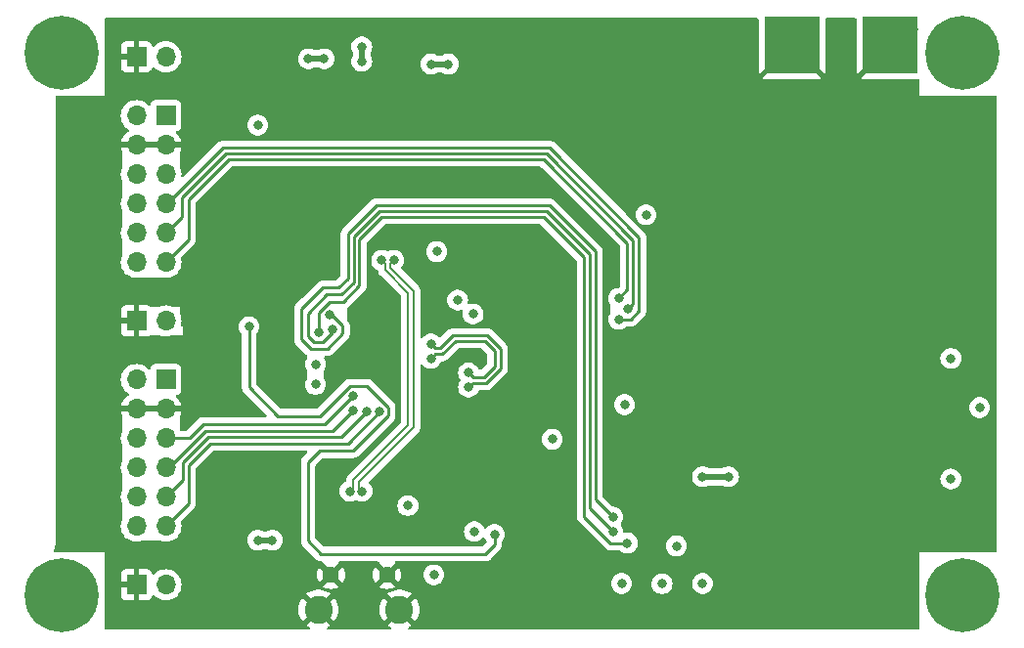
<source format=gbr>
%TF.GenerationSoftware,KiCad,Pcbnew,8.0.3*%
%TF.CreationDate,2024-07-17T08:28:56+07:00*%
%TF.ProjectId,msi_SDR_ADC,6d73695f-5344-4525-9f41-44432e6b6963,R0.1*%
%TF.SameCoordinates,PX72ade90PY75c75e0*%
%TF.FileFunction,Copper,L4,Bot*%
%TF.FilePolarity,Positive*%
%FSLAX46Y46*%
G04 Gerber Fmt 4.6, Leading zero omitted, Abs format (unit mm)*
G04 Created by KiCad (PCBNEW 8.0.3) date 2024-07-17 08:28:56*
%MOMM*%
%LPD*%
G01*
G04 APERTURE LIST*
%TA.AperFunction,ComponentPad*%
%ADD10R,1.700000X1.700000*%
%TD*%
%TA.AperFunction,ComponentPad*%
%ADD11O,1.700000X1.700000*%
%TD*%
%TA.AperFunction,ComponentPad*%
%ADD12C,2.425000*%
%TD*%
%TA.AperFunction,ComponentPad*%
%ADD13C,1.450000*%
%TD*%
%TA.AperFunction,ComponentPad*%
%ADD14C,0.800000*%
%TD*%
%TA.AperFunction,ComponentPad*%
%ADD15C,6.400000*%
%TD*%
%TA.AperFunction,SMDPad,CuDef*%
%ADD16R,4.800000X4.900000*%
%TD*%
%TA.AperFunction,ViaPad*%
%ADD17C,0.800000*%
%TD*%
%TA.AperFunction,Conductor*%
%ADD18C,0.500000*%
%TD*%
%TA.AperFunction,Conductor*%
%ADD19C,0.250000*%
%TD*%
%TA.AperFunction,Conductor*%
%ADD20C,0.200000*%
%TD*%
G04 APERTURE END LIST*
D10*
%TO.P,J4,1,1*%
%TO.N,+3.3V*%
X12540000Y45030000D03*
D11*
%TO.P,J4,2,2*%
X10000000Y45030000D03*
%TO.P,J4,3,3*%
%TO.N,GND*%
X12540000Y42490000D03*
%TO.P,J4,4,4*%
X10000000Y42490000D03*
%TO.P,J4,5,5*%
%TO.N,unconnected-(J4-Pad5)*%
X12540000Y39950000D03*
%TO.P,J4,6,6*%
%TO.N,unconnected-(J4-Pad6)*%
X10000000Y39950000D03*
%TO.P,J4,7,7*%
%TO.N,SDI*%
X12540000Y37410000D03*
%TO.P,J4,8,8*%
%TO.N,unconnected-(J4-Pad8)*%
X10000000Y37410000D03*
%TO.P,J4,9,9*%
%TO.N,SCK*%
X12540000Y34870000D03*
%TO.P,J4,10,10*%
%TO.N,unconnected-(J4-Pad10)*%
X10000000Y34870000D03*
%TO.P,J4,11,11*%
%TO.N,~{CS}*%
X12540000Y32330000D03*
%TO.P,J4,12,12*%
%TO.N,unconnected-(J4-Pad12)*%
X10000000Y32330000D03*
%TD*%
D10*
%TO.P,J3,1,Pin_1*%
%TO.N,GND*%
X10000000Y50120000D03*
D11*
%TO.P,J3,2,Pin_2*%
%TO.N,+5V*%
X12540000Y50120000D03*
%TD*%
D10*
%TO.P,J6,1,1*%
%TO.N,+3.3V*%
X12540000Y22170000D03*
D11*
%TO.P,J6,2,2*%
X10000000Y22170000D03*
%TO.P,J6,3,3*%
%TO.N,GND*%
X12540000Y19630000D03*
%TO.P,J6,4,4*%
X10000000Y19630000D03*
%TO.P,J6,5,5*%
%TO.N,GPIO_0*%
X12540000Y17090000D03*
%TO.P,J6,6,6*%
%TO.N,SPI_DATA*%
X10000000Y17090000D03*
%TO.P,J6,7,7*%
%TO.N,GPIO_1*%
X12540000Y14550000D03*
%TO.P,J6,8,8*%
%TO.N,SPI_LAT*%
X10000000Y14550000D03*
%TO.P,J6,9,9*%
%TO.N,GPIO_2*%
X12540000Y12010000D03*
%TO.P,J6,10,10*%
%TO.N,SPI_CLK*%
X10000000Y12010000D03*
%TO.P,J6,11,11*%
%TO.N,GPIO_3*%
X12540000Y9470000D03*
%TO.P,J6,12,12*%
%TO.N,unconnected-(J6-Pad12)*%
X10000000Y9470000D03*
%TD*%
D12*
%TO.P,J2,6,Shield*%
%TO.N,GND*%
X25750000Y2250000D03*
D13*
X26837000Y5250000D03*
X31687000Y5250000D03*
D12*
X32774000Y2250000D03*
%TD*%
D10*
%TO.P,J7,1,Pin_1*%
%TO.N,GND*%
X10000000Y4390000D03*
D11*
%TO.P,J7,2,Pin_2*%
%TO.N,+5V*%
X12540000Y4390000D03*
%TD*%
D14*
%TO.P,REF\u002A\u002A,1*%
%TO.N,N/C*%
X79100000Y3500000D03*
X79802944Y5197056D03*
X79802944Y1802944D03*
X81500000Y5900000D03*
D15*
X81500000Y3500000D03*
D14*
X81500000Y1100000D03*
X83197056Y5197056D03*
X83197056Y1802944D03*
X83900000Y3500000D03*
%TD*%
%TO.P,REF\u002A\u002A,1*%
%TO.N,N/C*%
X1100000Y3500000D03*
X1802944Y5197056D03*
X1802944Y1802944D03*
X3500000Y5900000D03*
D15*
X3500000Y3500000D03*
D14*
X3500000Y1100000D03*
X5197056Y5197056D03*
X5197056Y1802944D03*
X5900000Y3500000D03*
%TD*%
D16*
%TO.P,J1,2,2*%
%TO.N,GND*%
X75250000Y51175000D03*
X66750000Y51175000D03*
%TD*%
D14*
%TO.P,REF\u002A\u002A,1*%
%TO.N,N/C*%
X1100000Y50500000D03*
X1802944Y52197056D03*
X1802944Y48802944D03*
X3500000Y52900000D03*
D15*
X3500000Y50500000D03*
D14*
X3500000Y48100000D03*
X5197056Y52197056D03*
X5197056Y48802944D03*
X5900000Y50500000D03*
%TD*%
%TO.P,REF\u002A\u002A,1*%
%TO.N,N/C*%
X79100000Y50500000D03*
X79802944Y52197056D03*
X79802944Y48802944D03*
X81500000Y52900000D03*
D15*
X81500000Y50500000D03*
D14*
X81500000Y48100000D03*
X83197056Y52197056D03*
X83197056Y48802944D03*
X83900000Y50500000D03*
%TD*%
D10*
%TO.P,J5,1,Pin_1*%
%TO.N,GND*%
X10000000Y27250000D03*
D11*
%TO.P,J5,2,Pin_2*%
%TO.N,+5V*%
X12540000Y27250000D03*
%TD*%
D17*
%TO.N,GND*%
X22750000Y4250000D03*
X29500000Y43500000D03*
X45250000Y26000000D03*
X61000000Y9000000D03*
X83500000Y33130000D03*
X56500000Y46500000D03*
X63500000Y36750000D03*
X38750000Y20050000D03*
X66500000Y47750000D03*
X56500000Y27000000D03*
X3500000Y39000000D03*
X27250000Y31500000D03*
X32000000Y39250000D03*
X21500000Y29500000D03*
X20750000Y32000000D03*
X83500000Y22970000D03*
X83500000Y35670000D03*
X11000000Y1250000D03*
X74500000Y21250000D03*
X52750000Y22000000D03*
X3500000Y31250000D03*
X60500000Y41000000D03*
X17750000Y20750000D03*
X3500000Y24000000D03*
X43750000Y23750000D03*
X23500000Y12500000D03*
X70750000Y13250000D03*
X35450000Y16800000D03*
X60250000Y52500000D03*
X63750000Y38750000D03*
X27250000Y47950000D03*
X45250000Y28500000D03*
X47750000Y47000000D03*
X52500000Y18500000D03*
X26000000Y43500000D03*
X35450000Y19000000D03*
X54250000Y19000000D03*
X74250000Y32000000D03*
X63250000Y52500000D03*
X66750000Y24250000D03*
X83500000Y25510000D03*
X15250000Y19500000D03*
X38050000Y24100000D03*
X22500000Y40000000D03*
X63250000Y50500000D03*
X83500000Y38210000D03*
X20500000Y37000000D03*
X74250000Y35000000D03*
X77250000Y9250000D03*
X64250000Y1500000D03*
X71500000Y40250000D03*
X52750000Y42000000D03*
X83500000Y12000000D03*
X17000000Y1250000D03*
X73000000Y11250000D03*
X27500000Y37750000D03*
X79750000Y8000000D03*
X83500000Y28050000D03*
X3500000Y19000000D03*
X45000000Y49500000D03*
X78250000Y13250000D03*
X16750000Y29750000D03*
X72250000Y47750000D03*
X77250000Y47750000D03*
X56750000Y52500000D03*
X57000000Y17000000D03*
X69500000Y1500000D03*
X63750000Y24250000D03*
X19750000Y1250000D03*
X16750000Y32750000D03*
X17950000Y43550000D03*
X54500000Y48500000D03*
X30500000Y2250000D03*
X53000000Y45500000D03*
X44750000Y38750000D03*
X38750000Y17800000D03*
X81250000Y19500000D03*
X50500000Y39750000D03*
X45250000Y31000000D03*
X25250000Y35750000D03*
X40750000Y49500000D03*
X47500000Y25250000D03*
X26000000Y32500000D03*
X71250000Y24250000D03*
X83500000Y46250000D03*
X75750000Y13250000D03*
X30000000Y28250000D03*
X16750000Y35250000D03*
X43500000Y13000000D03*
X16750000Y26500000D03*
X68250000Y24250000D03*
X78250000Y46250000D03*
X56500000Y28500000D03*
X77000000Y1500000D03*
X39800000Y23700000D03*
X17500000Y50000000D03*
X57250000Y41500000D03*
X40750000Y43750000D03*
X15250000Y9750000D03*
X38750000Y16000000D03*
X83500000Y30590000D03*
X63750000Y40750000D03*
X16500000Y6000000D03*
X45000000Y11750000D03*
X66250000Y36750000D03*
X77000000Y28000000D03*
X47000000Y37750000D03*
X35500000Y43500000D03*
X26000000Y12500000D03*
X52750000Y24500000D03*
X51000000Y52500000D03*
X31250000Y27000000D03*
X83500000Y40750000D03*
X40750000Y38750000D03*
X21000000Y13250000D03*
X76500000Y19500000D03*
X45250000Y33250000D03*
X83500000Y9460000D03*
X67500000Y43000000D03*
X66500000Y6500000D03*
X63250000Y47750000D03*
X35250000Y1000000D03*
X3500000Y46250000D03*
X19750000Y5000000D03*
X32500000Y51250000D03*
X3500000Y28750000D03*
X30000000Y25750000D03*
X18750000Y40000000D03*
X69500000Y47750000D03*
X52000000Y1500000D03*
X15250000Y22750000D03*
X79500000Y21750000D03*
X69500000Y46250000D03*
X73000000Y13250000D03*
X21500000Y10250000D03*
X70750000Y9250000D03*
X69750000Y24250000D03*
X71500000Y36500000D03*
X16750000Y38250000D03*
X60250000Y37750000D03*
X42250000Y15750000D03*
X46500000Y32000000D03*
X35450000Y20700000D03*
X35450000Y14400000D03*
X67500000Y44750000D03*
X26250000Y40000000D03*
X37750000Y39500000D03*
X32500000Y25750000D03*
X46500000Y13000000D03*
X28750000Y37000000D03*
X73250000Y1500000D03*
X3500000Y33750000D03*
X78250000Y43250000D03*
X31750000Y13500000D03*
X54750000Y39750000D03*
X3500000Y15750000D03*
X79000000Y19500000D03*
X47500000Y21500000D03*
X56500000Y37000000D03*
X57250000Y9000000D03*
X55500000Y1500000D03*
X28250000Y2250000D03*
X67500000Y41750000D03*
X23500000Y31250000D03*
X18500000Y24000000D03*
X32500000Y28250000D03*
X77250000Y52500000D03*
X8250000Y1250000D03*
X34750000Y39250000D03*
X42000000Y22000000D03*
X35250000Y2250000D03*
X71750000Y21250000D03*
X3500000Y8500000D03*
X18250000Y10000000D03*
X3500000Y41500000D03*
X39250000Y14750000D03*
X3500000Y26250000D03*
X56500000Y33000000D03*
X3500000Y13500000D03*
X58750000Y44250000D03*
X3500000Y11000000D03*
X50500000Y44250000D03*
X23500000Y13500000D03*
X22750000Y1250000D03*
X22750000Y6500000D03*
X77000000Y30000000D03*
X71500000Y45000000D03*
X43500000Y10000000D03*
X49250000Y49250000D03*
X3500000Y44000000D03*
X65250000Y24250000D03*
X61500000Y23000000D03*
X18700000Y50050000D03*
X3500000Y36000000D03*
X46500000Y10000000D03*
X56500000Y30000000D03*
X35450000Y22650000D03*
X59500000Y1500000D03*
X74750000Y47750000D03*
X14000000Y1250000D03*
X47000000Y51500000D03*
X18750000Y28750000D03*
X45750000Y43750000D03*
X3500000Y21500000D03*
%TO.N,5VVGA*%
X59000000Y13750000D03*
X61250000Y13750000D03*
X80500000Y13550000D03*
%TO.N,VDDI*%
X55500000Y4475000D03*
X25500000Y23500000D03*
%TO.N,VDIG*%
X36000000Y33250000D03*
X35500000Y49500000D03*
X25500000Y21750000D03*
X37000000Y49500000D03*
X54112500Y36437500D03*
X39150000Y27850000D03*
X52250000Y20000000D03*
%TO.N,/REFCLK*%
X19750000Y26750000D03*
X41000000Y8750000D03*
%TO.N,V18-SYNTH*%
X20500000Y44200000D03*
X37800000Y29050000D03*
%TO.N,USB_P*%
X29525000Y12500000D03*
X32275000Y32500000D03*
%TO.N,USB_N*%
X31225000Y32500000D03*
X28475000Y12500000D03*
%TO.N,SPI_DATA*%
X51250000Y10250000D03*
X26750000Y27750000D03*
%TO.N,SPI_LAT*%
X52500000Y8000000D03*
X25750000Y26250000D03*
%TO.N,SPI_CLK*%
X51250000Y9000000D03*
X27000000Y26500000D03*
%TO.N,GPIO_3*%
X31025000Y19375000D03*
%TO.N,/I_IN_P*%
X35500000Y24000000D03*
X38750000Y22750000D03*
%TO.N,/I_IN_N*%
X35500000Y25250000D03*
X38750000Y21500000D03*
%TO.N,+5V*%
X21750000Y8250000D03*
X83000000Y19750000D03*
X33500000Y11250000D03*
X29500000Y51000000D03*
X29500000Y49750000D03*
X80500000Y24000000D03*
X20500000Y8250000D03*
%TO.N,GPIO_1*%
X28750000Y19500000D03*
%TO.N,GPIO_0*%
X28750000Y20750000D03*
%TO.N,GPIO_2*%
X29925000Y19425000D03*
%TO.N,~{CS}*%
X51750000Y29200000D03*
%TO.N,SCK*%
X52550000Y28300000D03*
%TO.N,SDI*%
X51750000Y27400000D03*
%TO.N,VRF*%
X56750000Y7750000D03*
X46000000Y17000000D03*
X52000000Y4500000D03*
X39250000Y9000000D03*
X26250000Y49950000D03*
X35750000Y5250000D03*
X59000000Y4500000D03*
X24900000Y49950000D03*
%TD*%
D18*
%TO.N,5VVGA*%
X61250000Y13750000D02*
X59000000Y13750000D01*
%TO.N,VDIG*%
X37000000Y49500000D02*
X35500000Y49500000D01*
D19*
%TO.N,/REFCLK*%
X41000000Y7850000D02*
X41000000Y8750000D01*
X40200000Y7050000D02*
X41000000Y7850000D01*
X22250000Y19000000D02*
X25875000Y19000000D01*
X24850000Y15000000D02*
X24850000Y8200000D01*
X24850000Y8200000D02*
X26000000Y7050000D01*
X28750000Y16000000D02*
X25850000Y16000000D01*
X31800000Y19750000D02*
X31800000Y19050000D01*
X26000000Y7050000D02*
X40200000Y7050000D01*
X31800000Y19050000D02*
X28750000Y16000000D01*
X28475000Y21600000D02*
X29950000Y21600000D01*
X19750000Y26750000D02*
X19750000Y21500000D01*
X19750000Y21500000D02*
X22250000Y19000000D01*
X25850000Y16000000D02*
X24850000Y15000000D01*
X29950000Y21600000D02*
X31800000Y19750000D01*
X25875000Y19000000D02*
X28475000Y21600000D01*
D20*
%TO.N,USB_P*%
X31975001Y31843199D02*
X33975000Y29843200D01*
X33975000Y18025000D02*
X29225001Y13275001D01*
X31975001Y32200001D02*
X31975001Y31843199D01*
X33975000Y29843200D02*
X33975000Y18025000D01*
X29225001Y13275001D02*
X29225001Y12799999D01*
X29225001Y12799999D02*
X29525000Y12500000D01*
X32275000Y32500000D02*
X31975001Y32200001D01*
%TO.N,USB_N*%
X31225000Y32500000D02*
X31524999Y32200001D01*
X28774999Y12799999D02*
X28475000Y12500000D01*
X33525000Y29656800D02*
X33525000Y18225000D01*
X31524999Y32200001D02*
X31524999Y31656801D01*
X31524999Y31656801D02*
X33525000Y29656800D01*
X33525000Y18225000D02*
X28774999Y13474999D01*
X28774999Y13474999D02*
X28774999Y12799999D01*
D19*
%TO.N,SPI_DATA*%
X49750000Y11750000D02*
X49750000Y33250000D01*
X30750000Y37250000D02*
X28300000Y34800000D01*
X27850000Y26150000D02*
X27850000Y26816727D01*
X25075000Y24825000D02*
X26525000Y24825000D01*
X27500000Y30150000D02*
X26150000Y30150000D01*
X28300000Y30950000D02*
X27500000Y30150000D01*
X24275000Y25625000D02*
X25075000Y24825000D01*
X28300000Y34800000D02*
X28300000Y30950000D01*
X24275000Y28275000D02*
X24275000Y25625000D01*
X26150000Y30150000D02*
X24275000Y28275000D01*
X49750000Y33250000D02*
X45750000Y37250000D01*
X51250000Y10250000D02*
X49750000Y11750000D01*
X26525000Y24825000D02*
X27850000Y26150000D01*
X26916727Y27750000D02*
X26750000Y27750000D01*
X45750000Y37250000D02*
X30750000Y37250000D01*
X27850000Y26816727D02*
X26916727Y27750000D01*
%TO.N,SPI_LAT*%
X25750000Y26250000D02*
X25750000Y27952082D01*
X51050000Y8000000D02*
X52500000Y8000000D01*
X29300000Y30300000D02*
X29300000Y34300000D01*
X25750000Y27952082D02*
X26722918Y28925000D01*
X27925000Y28925000D02*
X29300000Y30300000D01*
X48750000Y10300000D02*
X51050000Y8000000D01*
X29300000Y34300000D02*
X31250000Y36250000D01*
X45250000Y36250000D02*
X48750000Y32750000D01*
X26722918Y28925000D02*
X27925000Y28925000D01*
X48750000Y32750000D02*
X48750000Y10300000D01*
X31250000Y36250000D02*
X45250000Y36250000D01*
%TO.N,SPI_CLK*%
X26538173Y29575000D02*
X26488173Y29525000D01*
X28800000Y30600000D02*
X27775000Y29575000D01*
X45500000Y36750000D02*
X31000000Y36750000D01*
X51250000Y9000000D02*
X49250000Y11000000D01*
X24850000Y25947918D02*
X25397918Y25400000D01*
X31000000Y36750000D02*
X28800000Y34550000D01*
X27000000Y26297918D02*
X27000000Y26500000D01*
X26102082Y25400000D02*
X27000000Y26297918D01*
X24850000Y27900610D02*
X24850000Y25947918D01*
X49250000Y33000000D02*
X45500000Y36750000D01*
X25397918Y25400000D02*
X26102082Y25400000D01*
X49250000Y11000000D02*
X49250000Y33000000D01*
X28800000Y34550000D02*
X28800000Y30600000D01*
X26474390Y29525000D02*
X24850000Y27900610D01*
X27775000Y29575000D02*
X26538173Y29575000D01*
X26488173Y29525000D02*
X26474390Y29525000D01*
%TO.N,GPIO_3*%
X14500000Y11430000D02*
X12540000Y9470000D01*
X28300000Y16650000D02*
X31025000Y19375000D01*
X14500000Y14750000D02*
X14500000Y11430000D01*
X19720000Y16650000D02*
X28300000Y16650000D01*
X19720000Y16650000D02*
X16400000Y16650000D01*
X16400000Y16650000D02*
X14500000Y14750000D01*
%TO.N,/I_IN_P*%
X37603554Y25500000D02*
X40146446Y25500000D01*
X41000000Y23303554D02*
X40071446Y22375000D01*
X40146446Y25500000D02*
X41000000Y24646446D01*
X40071446Y22375000D02*
X39125000Y22375000D01*
X41000000Y24646446D02*
X41000000Y23303554D01*
X36478554Y24375000D02*
X37603554Y25500000D01*
X39125000Y22375000D02*
X38750000Y22750000D01*
X35875000Y24375000D02*
X36478554Y24375000D01*
X35500000Y24000000D02*
X35875000Y24375000D01*
%TO.N,/I_IN_N*%
X39125000Y21875000D02*
X38750000Y21500000D01*
X40353554Y26000000D02*
X41500000Y24853554D01*
X40278554Y21875000D02*
X39125000Y21875000D01*
X35875000Y24875000D02*
X36271446Y24875000D01*
X41500000Y23096446D02*
X40278554Y21875000D01*
X37396446Y26000000D02*
X40353554Y26000000D01*
X35500000Y25250000D02*
X35875000Y24875000D01*
X36271446Y24875000D02*
X37396446Y26000000D01*
X41500000Y24853554D02*
X41500000Y23096446D01*
D18*
%TO.N,+5V*%
X21750000Y8250000D02*
X20500000Y8250000D01*
X29500000Y51000000D02*
X29500000Y49750000D01*
D19*
%TO.N,GPIO_1*%
X16000000Y17750000D02*
X12800000Y14550000D01*
X27000000Y17750000D02*
X17750000Y17750000D01*
X12800000Y14550000D02*
X12540000Y14550000D01*
X17750000Y17750000D02*
X16000000Y17750000D01*
X28750000Y19500000D02*
X27000000Y17750000D01*
%TO.N,GPIO_0*%
X28750000Y20750000D02*
X26300000Y18300000D01*
X15800000Y18300000D02*
X14590000Y17090000D01*
X14590000Y17090000D02*
X12540000Y17090000D01*
X26300000Y18300000D02*
X15800000Y18300000D01*
%TO.N,GPIO_2*%
X14000000Y15000000D02*
X14000000Y13470000D01*
X29925000Y19425000D02*
X27700000Y17200000D01*
X16200000Y17200000D02*
X14000000Y15000000D01*
X19450000Y17200000D02*
X16200000Y17200000D01*
X27700000Y17200000D02*
X19450000Y17200000D01*
X14000000Y13470000D02*
X12540000Y12010000D01*
%TO.N,~{CS}*%
X12540000Y32330000D02*
X14500000Y34290000D01*
X45250000Y41250000D02*
X52500000Y34000000D01*
X14500000Y37750000D02*
X18000000Y41250000D01*
X52500000Y34000000D02*
X52500000Y29950000D01*
X51550000Y29200000D02*
X51750000Y29200000D01*
X18000000Y41250000D02*
X45250000Y41250000D01*
X52500000Y29950000D02*
X51750000Y29200000D01*
X14500000Y34290000D02*
X14500000Y37750000D01*
%TO.N,SCK*%
X13945000Y37945000D02*
X17750000Y41750000D01*
X45500000Y41750000D02*
X53000000Y34250000D01*
X12540000Y34870000D02*
X13945000Y36275000D01*
X13945000Y36275000D02*
X13945000Y37945000D01*
X53000000Y28750000D02*
X52550000Y28300000D01*
X53000000Y34250000D02*
X53000000Y28750000D01*
X17750000Y41750000D02*
X45500000Y41750000D01*
%TO.N,SDI*%
X53500000Y28118629D02*
X53500000Y34500000D01*
X53500000Y34500000D02*
X45750000Y42250000D01*
X52781371Y27400000D02*
X53500000Y28118629D01*
X12600000Y37350000D02*
X12540000Y37410000D01*
X17500000Y42250000D02*
X12600000Y37350000D01*
X45750000Y42250000D02*
X17500000Y42250000D01*
X51750000Y27400000D02*
X52781371Y27400000D01*
D18*
%TO.N,VRF*%
X24900000Y49950000D02*
X26250000Y49950000D01*
%TD*%
%TA.AperFunction,Conductor*%
%TO.N,GND*%
G36*
X12074075Y19822993D02*
G01*
X12040000Y19695826D01*
X12040000Y19564174D01*
X12074075Y19437007D01*
X12106988Y19380000D01*
X10433012Y19380000D01*
X10465925Y19437007D01*
X10500000Y19564174D01*
X10500000Y19695826D01*
X10465925Y19822993D01*
X10433012Y19880000D01*
X12106988Y19880000D01*
X12074075Y19822993D01*
G37*
%TD.AperFunction*%
%TA.AperFunction,Conductor*%
G36*
X12074075Y42682993D02*
G01*
X12040000Y42555826D01*
X12040000Y42424174D01*
X12074075Y42297007D01*
X12106988Y42240000D01*
X10433012Y42240000D01*
X10465925Y42297007D01*
X10500000Y42424174D01*
X10500000Y42555826D01*
X10465925Y42682993D01*
X10433012Y42740000D01*
X12106988Y42740000D01*
X12074075Y42682993D01*
G37*
%TD.AperFunction*%
%TA.AperFunction,Conductor*%
G36*
X63793039Y53479815D02*
G01*
X63838794Y53427011D01*
X63850000Y53375500D01*
X63850000Y48677171D01*
X63854719Y48633273D01*
X66662318Y51440872D01*
X66723641Y51474357D01*
X66793333Y51469373D01*
X66837680Y51440872D01*
X69645279Y48633273D01*
X69649999Y48677181D01*
X69650000Y48677181D01*
X69650000Y53375500D01*
X69669685Y53442539D01*
X69722489Y53488294D01*
X69774000Y53499500D01*
X72226000Y53499500D01*
X72293039Y53479815D01*
X72338794Y53427011D01*
X72350000Y53375500D01*
X72350000Y48677171D01*
X72354719Y48633273D01*
X75162319Y51440872D01*
X75223642Y51474357D01*
X75293334Y51469373D01*
X75337681Y51440872D01*
X75515871Y51262682D01*
X75549356Y51201359D01*
X75544372Y51131667D01*
X75515871Y51087320D01*
X72682411Y48253861D01*
X72742623Y48231402D01*
X72802155Y48225001D01*
X72802172Y48225000D01*
X77626000Y48225000D01*
X77693039Y48205315D01*
X77738794Y48152511D01*
X77750000Y48101000D01*
X77750000Y46750000D01*
X84375500Y46750000D01*
X84442539Y46730315D01*
X84488294Y46677511D01*
X84499500Y46626000D01*
X84499500Y7374000D01*
X84479815Y7306961D01*
X84427011Y7261206D01*
X84375500Y7250000D01*
X77750000Y7250000D01*
X77750000Y624500D01*
X77730315Y557461D01*
X77677511Y511706D01*
X77626000Y500500D01*
X33631315Y500500D01*
X33564276Y520185D01*
X33518521Y572989D01*
X33508577Y642147D01*
X33537602Y705703D01*
X33577513Y736220D01*
X33632647Y762772D01*
X33632653Y762776D01*
X33796180Y874267D01*
X33178389Y1492059D01*
X33178994Y1492309D01*
X33319031Y1585878D01*
X33438122Y1704969D01*
X33531691Y1845006D01*
X33531941Y1845612D01*
X34149440Y1228113D01*
X34192903Y1282613D01*
X34321235Y1504891D01*
X34415004Y1743811D01*
X34415009Y1743828D01*
X34472121Y1994052D01*
X34491302Y2249996D01*
X34491302Y2250005D01*
X34472121Y2505949D01*
X34415009Y2756173D01*
X34415004Y2756190D01*
X34321235Y2995110D01*
X34192900Y3217391D01*
X34149441Y3271889D01*
X33531941Y2654389D01*
X33531691Y2654994D01*
X33438122Y2795031D01*
X33319031Y2914122D01*
X33178994Y3007691D01*
X33178388Y3007942D01*
X33796180Y3625735D01*
X33632651Y3737227D01*
X33632643Y3737232D01*
X33401403Y3848590D01*
X33401405Y3848590D01*
X33156137Y3924246D01*
X33156131Y3924248D01*
X32902341Y3962500D01*
X32645658Y3962500D01*
X32391868Y3924248D01*
X32391862Y3924246D01*
X32198970Y3864746D01*
X32173615Y3864402D01*
X32169081Y3859413D01*
X32149858Y3849871D01*
X32146604Y3848594D01*
X31915356Y3737232D01*
X31915348Y3737227D01*
X31751818Y3625735D01*
X32369611Y3007942D01*
X32369006Y3007691D01*
X32228969Y2914122D01*
X32109878Y2795031D01*
X32016309Y2654994D01*
X32016057Y2654389D01*
X31398558Y3271888D01*
X31398557Y3271888D01*
X31355098Y3217391D01*
X31226764Y2995110D01*
X31132995Y2756190D01*
X31132990Y2756173D01*
X31075878Y2505949D01*
X31056698Y2250005D01*
X31056698Y2249996D01*
X31075878Y1994052D01*
X31132990Y1743828D01*
X31132995Y1743811D01*
X31226764Y1504891D01*
X31355101Y1282606D01*
X31398557Y1228113D01*
X31398558Y1228113D01*
X32016057Y1845613D01*
X32016309Y1845006D01*
X32109878Y1704969D01*
X32228969Y1585878D01*
X32369006Y1492309D01*
X32369610Y1492059D01*
X31751818Y874267D01*
X31915353Y762771D01*
X31970487Y736220D01*
X32022346Y689398D01*
X32040659Y621971D01*
X32019611Y555347D01*
X31965885Y510678D01*
X31916685Y500500D01*
X26607315Y500500D01*
X26540276Y520185D01*
X26494521Y572989D01*
X26484577Y642147D01*
X26513602Y705703D01*
X26553513Y736220D01*
X26608647Y762772D01*
X26608653Y762776D01*
X26772180Y874267D01*
X26154389Y1492059D01*
X26154994Y1492309D01*
X26295031Y1585878D01*
X26414122Y1704969D01*
X26507691Y1845006D01*
X26507941Y1845612D01*
X27125440Y1228113D01*
X27168903Y1282613D01*
X27297235Y1504891D01*
X27391004Y1743811D01*
X27391009Y1743828D01*
X27448121Y1994052D01*
X27467302Y2249996D01*
X27467302Y2250005D01*
X27448121Y2505949D01*
X27391009Y2756173D01*
X27391004Y2756190D01*
X27297235Y2995110D01*
X27168900Y3217391D01*
X27125441Y3271889D01*
X26507941Y2654389D01*
X26507691Y2654994D01*
X26414122Y2795031D01*
X26295031Y2914122D01*
X26154994Y3007691D01*
X26154388Y3007942D01*
X26772180Y3625735D01*
X26608651Y3737227D01*
X26608643Y3737232D01*
X26377398Y3848593D01*
X26374146Y3849869D01*
X26357678Y3862641D01*
X26342959Y3860643D01*
X26325029Y3864746D01*
X26132137Y3924246D01*
X26132131Y3924248D01*
X25878341Y3962500D01*
X25621658Y3962500D01*
X25367868Y3924248D01*
X25367862Y3924246D01*
X25122595Y3848590D01*
X24891356Y3737232D01*
X24891348Y3737227D01*
X24727818Y3625735D01*
X25345611Y3007942D01*
X25345006Y3007691D01*
X25204969Y2914122D01*
X25085878Y2795031D01*
X24992309Y2654994D01*
X24992057Y2654389D01*
X24374558Y3271888D01*
X24374557Y3271888D01*
X24331098Y3217391D01*
X24202764Y2995110D01*
X24108995Y2756190D01*
X24108990Y2756173D01*
X24051878Y2505949D01*
X24032698Y2250005D01*
X24032698Y2249996D01*
X24051878Y1994052D01*
X24108990Y1743828D01*
X24108995Y1743811D01*
X24202764Y1504891D01*
X24331101Y1282606D01*
X24374557Y1228113D01*
X24374558Y1228113D01*
X24992057Y1845613D01*
X24992309Y1845006D01*
X25085878Y1704969D01*
X25204969Y1585878D01*
X25345006Y1492309D01*
X25345610Y1492059D01*
X24727818Y874267D01*
X24891353Y762771D01*
X24946487Y736220D01*
X24998346Y689398D01*
X25016659Y621971D01*
X24995611Y555347D01*
X24941885Y510678D01*
X24892685Y500500D01*
X7374000Y500500D01*
X7306961Y520185D01*
X7261206Y572989D01*
X7250000Y624500D01*
X7250000Y5287845D01*
X8650000Y5287845D01*
X8650000Y4640000D01*
X9566988Y4640000D01*
X9534075Y4582993D01*
X9500000Y4455826D01*
X9500000Y4324174D01*
X9534075Y4197007D01*
X9566988Y4140000D01*
X8650000Y4140000D01*
X8650000Y3492156D01*
X8656401Y3432628D01*
X8656403Y3432621D01*
X8706645Y3297914D01*
X8706649Y3297907D01*
X8792809Y3182813D01*
X8792812Y3182810D01*
X8907906Y3096650D01*
X8907913Y3096646D01*
X9042620Y3046404D01*
X9042627Y3046402D01*
X9102155Y3040001D01*
X9102172Y3040000D01*
X9750000Y3040000D01*
X9750000Y3956988D01*
X9807007Y3924075D01*
X9934174Y3890000D01*
X10065826Y3890000D01*
X10192993Y3924075D01*
X10250000Y3956988D01*
X10250000Y3040000D01*
X10897828Y3040000D01*
X10897844Y3040001D01*
X10957372Y3046402D01*
X10957379Y3046404D01*
X11092086Y3096646D01*
X11092093Y3096650D01*
X11207187Y3182810D01*
X11207190Y3182813D01*
X11293350Y3297907D01*
X11293354Y3297914D01*
X11342422Y3429471D01*
X11384293Y3485405D01*
X11449757Y3509822D01*
X11518030Y3494970D01*
X11546285Y3473819D01*
X11668599Y3351505D01*
X11720668Y3315046D01*
X11862165Y3215968D01*
X11862167Y3215967D01*
X11862170Y3215965D01*
X12076337Y3116097D01*
X12304592Y3054937D01*
X12475319Y3040000D01*
X12539999Y3034341D01*
X12540000Y3034341D01*
X12540001Y3034341D01*
X12604681Y3040000D01*
X12775408Y3054937D01*
X13003663Y3116097D01*
X13217830Y3215965D01*
X13411401Y3351505D01*
X13578495Y3518599D01*
X13714035Y3712170D01*
X13813903Y3926337D01*
X13875063Y4154592D01*
X13895659Y4390000D01*
X13875063Y4625408D01*
X13813903Y4853663D01*
X13714035Y5067829D01*
X13657978Y5147888D01*
X13578494Y5261403D01*
X13411402Y5428494D01*
X13411395Y5428499D01*
X13217834Y5564033D01*
X13217830Y5564035D01*
X13146727Y5597191D01*
X13003663Y5663903D01*
X13003659Y5663904D01*
X13003655Y5663906D01*
X12775413Y5725062D01*
X12775403Y5725064D01*
X12540001Y5745659D01*
X12539999Y5745659D01*
X12304596Y5725064D01*
X12304586Y5725062D01*
X12076344Y5663906D01*
X12076335Y5663902D01*
X11862171Y5564036D01*
X11862169Y5564035D01*
X11668600Y5428497D01*
X11546284Y5306181D01*
X11484961Y5272697D01*
X11415269Y5277681D01*
X11359336Y5319553D01*
X11342421Y5350530D01*
X11293354Y5482087D01*
X11293350Y5482094D01*
X11207190Y5597188D01*
X11207187Y5597191D01*
X11092093Y5683351D01*
X11092086Y5683355D01*
X10957379Y5733597D01*
X10957372Y5733599D01*
X10897844Y5740000D01*
X10250000Y5740000D01*
X10250000Y4823012D01*
X10192993Y4855925D01*
X10065826Y4890000D01*
X9934174Y4890000D01*
X9807007Y4855925D01*
X9750000Y4823012D01*
X9750000Y5740000D01*
X9102155Y5740000D01*
X9042627Y5733599D01*
X9042620Y5733597D01*
X8907913Y5683355D01*
X8907906Y5683351D01*
X8792812Y5597191D01*
X8792809Y5597188D01*
X8706649Y5482094D01*
X8706645Y5482087D01*
X8656403Y5347380D01*
X8656401Y5347373D01*
X8650000Y5287845D01*
X7250000Y5287845D01*
X7250000Y7250000D01*
X2937039Y7250000D01*
X2870000Y7269685D01*
X2824245Y7322489D01*
X2814301Y7391647D01*
X2829651Y7435999D01*
X2910225Y7575555D01*
X2970101Y7740062D01*
X3000500Y7912468D01*
X3000500Y8000000D01*
X3000500Y8065892D01*
X3000500Y22170001D01*
X8644341Y22170001D01*
X8644341Y22170000D01*
X8664936Y21934597D01*
X8664938Y21934587D01*
X8726094Y21706345D01*
X8726096Y21706341D01*
X8726097Y21706337D01*
X8793586Y21561607D01*
X8825965Y21492170D01*
X8825967Y21492166D01*
X8961501Y21298605D01*
X8961506Y21298598D01*
X9128597Y21131507D01*
X9128603Y21131502D01*
X9205480Y21077672D01*
X9296213Y21014140D01*
X9314594Y21001270D01*
X9358219Y20946693D01*
X9365413Y20877195D01*
X9333890Y20814840D01*
X9314595Y20798120D01*
X9128922Y20668110D01*
X9128920Y20668109D01*
X8961891Y20501080D01*
X8961886Y20501074D01*
X8826400Y20307580D01*
X8826399Y20307578D01*
X8726570Y20093493D01*
X8726567Y20093487D01*
X8669364Y19880001D01*
X8669364Y19880000D01*
X9566988Y19880000D01*
X9534075Y19822993D01*
X9500000Y19695826D01*
X9500000Y19564174D01*
X9534075Y19437007D01*
X9566988Y19380000D01*
X8669364Y19380000D01*
X8726570Y19166507D01*
X8726572Y19166501D01*
X8738381Y19141179D01*
X8750000Y19088772D01*
X8750000Y17632414D01*
X8738383Y17580011D01*
X8726098Y17553666D01*
X8726094Y17553656D01*
X8664938Y17325414D01*
X8664936Y17325404D01*
X8644341Y17090001D01*
X8644341Y17090000D01*
X8664936Y16854597D01*
X8664938Y16854587D01*
X8726094Y16626345D01*
X8726096Y16626341D01*
X8726097Y16626337D01*
X8730000Y16617968D01*
X8738382Y16599992D01*
X8750000Y16547587D01*
X8750000Y15092414D01*
X8738383Y15040011D01*
X8726098Y15013666D01*
X8726094Y15013656D01*
X8664938Y14785414D01*
X8664936Y14785404D01*
X8644341Y14550001D01*
X8644341Y14550000D01*
X8664936Y14314597D01*
X8664938Y14314587D01*
X8726094Y14086345D01*
X8726096Y14086341D01*
X8726097Y14086337D01*
X8730000Y14077968D01*
X8738382Y14059992D01*
X8750000Y14007587D01*
X8750000Y12552414D01*
X8738383Y12500011D01*
X8726098Y12473666D01*
X8726094Y12473656D01*
X8664938Y12245414D01*
X8664936Y12245404D01*
X8644341Y12010001D01*
X8644341Y12010000D01*
X8664936Y11774597D01*
X8664938Y11774587D01*
X8726094Y11546345D01*
X8726096Y11546341D01*
X8726097Y11546337D01*
X8730000Y11537968D01*
X8738382Y11519992D01*
X8750000Y11467587D01*
X8750000Y10012414D01*
X8738383Y9960011D01*
X8726098Y9933666D01*
X8726094Y9933656D01*
X8664938Y9705414D01*
X8664936Y9705404D01*
X8644341Y9470001D01*
X8644341Y9470000D01*
X8664936Y9234597D01*
X8664938Y9234587D01*
X8726094Y9006345D01*
X8726096Y9006341D01*
X8726097Y9006337D01*
X8816839Y8811741D01*
X8825965Y8792170D01*
X8825967Y8792166D01*
X8909487Y8672888D01*
X8961505Y8598599D01*
X9128599Y8431505D01*
X9179311Y8395996D01*
X9322165Y8295968D01*
X9322167Y8295967D01*
X9322170Y8295965D01*
X9536337Y8196097D01*
X9536343Y8196096D01*
X9536344Y8196095D01*
X9565585Y8188260D01*
X9764592Y8134937D01*
X9952918Y8118461D01*
X9999999Y8114341D01*
X10000000Y8114341D01*
X10000001Y8114341D01*
X10045845Y8118352D01*
X10235408Y8134937D01*
X10463663Y8196097D01*
X10554343Y8238383D01*
X10606748Y8250000D01*
X11933252Y8250000D01*
X11985656Y8238383D01*
X12076337Y8196097D01*
X12076343Y8196096D01*
X12076344Y8196095D01*
X12105585Y8188260D01*
X12304592Y8134937D01*
X12492918Y8118461D01*
X12539999Y8114341D01*
X12540000Y8114341D01*
X12540001Y8114341D01*
X12585845Y8118352D01*
X12775408Y8134937D01*
X13003663Y8196097D01*
X13119258Y8250000D01*
X19594540Y8250000D01*
X19614326Y8061744D01*
X19614327Y8061741D01*
X19672818Y7881723D01*
X19672821Y7881716D01*
X19767467Y7717784D01*
X19844964Y7631715D01*
X19894129Y7577112D01*
X20047265Y7465852D01*
X20047270Y7465849D01*
X20220192Y7388858D01*
X20220197Y7388856D01*
X20405354Y7349500D01*
X20405355Y7349500D01*
X20594644Y7349500D01*
X20594646Y7349500D01*
X20779803Y7388856D01*
X20952730Y7465849D01*
X20955396Y7467786D01*
X20966452Y7475818D01*
X21032258Y7499298D01*
X21039337Y7499500D01*
X21210663Y7499500D01*
X21277702Y7479815D01*
X21283548Y7475818D01*
X21297265Y7465852D01*
X21297270Y7465849D01*
X21470192Y7388858D01*
X21470197Y7388856D01*
X21655354Y7349500D01*
X21655355Y7349500D01*
X21844644Y7349500D01*
X21844646Y7349500D01*
X22029803Y7388856D01*
X22202730Y7465849D01*
X22355871Y7577112D01*
X22482533Y7717784D01*
X22577179Y7881716D01*
X22635674Y8061744D01*
X22655460Y8250000D01*
X22635674Y8438256D01*
X22577179Y8618284D01*
X22482533Y8782216D01*
X22355871Y8922888D01*
X22334719Y8938256D01*
X22202734Y9034149D01*
X22202729Y9034152D01*
X22029807Y9111143D01*
X22029802Y9111145D01*
X21884001Y9142135D01*
X21844646Y9150500D01*
X21655354Y9150500D01*
X21622897Y9143602D01*
X21470197Y9111145D01*
X21470192Y9111143D01*
X21297270Y9034152D01*
X21297265Y9034149D01*
X21283548Y9024182D01*
X21217742Y9000702D01*
X21210663Y9000500D01*
X21039337Y9000500D01*
X20972298Y9020185D01*
X20966452Y9024182D01*
X20952734Y9034149D01*
X20952729Y9034152D01*
X20779807Y9111143D01*
X20779802Y9111145D01*
X20634001Y9142135D01*
X20594646Y9150500D01*
X20405354Y9150500D01*
X20372897Y9143602D01*
X20220197Y9111145D01*
X20220192Y9111143D01*
X20047270Y9034152D01*
X20047265Y9034149D01*
X19894129Y8922889D01*
X19767466Y8782215D01*
X19672821Y8618285D01*
X19672818Y8618278D01*
X19614327Y8438260D01*
X19614326Y8438256D01*
X19594540Y8250000D01*
X13119258Y8250000D01*
X13217830Y8295965D01*
X13411401Y8431505D01*
X13578495Y8598599D01*
X13714035Y8792170D01*
X13813903Y9006337D01*
X13875063Y9234592D01*
X13895659Y9470000D01*
X13875063Y9705408D01*
X13853964Y9784151D01*
X13848143Y9805875D01*
X13849806Y9875724D01*
X13880235Y9925647D01*
X14985858Y11031267D01*
X15054312Y11133715D01*
X15101463Y11247549D01*
X15116702Y11324158D01*
X15125501Y11368392D01*
X15125501Y11496717D01*
X15125500Y11496743D01*
X15125500Y14439548D01*
X15145185Y14506587D01*
X15161819Y14527229D01*
X16622771Y15988181D01*
X16684094Y16021666D01*
X16710452Y16024500D01*
X19658394Y16024500D01*
X24690547Y16024500D01*
X24757586Y16004815D01*
X24803341Y15952011D01*
X24813285Y15882853D01*
X24784260Y15819297D01*
X24778228Y15812819D01*
X24451269Y15485860D01*
X24451267Y15485858D01*
X24411097Y15445688D01*
X24364142Y15398734D01*
X24348296Y15375019D01*
X24332557Y15351463D01*
X24295688Y15296286D01*
X24295686Y15296283D01*
X24267332Y15227828D01*
X24248539Y15182460D01*
X24248535Y15182445D01*
X24224500Y15061611D01*
X24224500Y8138389D01*
X24248535Y8017556D01*
X24248540Y8017539D01*
X24295685Y7903720D01*
X24295690Y7903711D01*
X24329914Y7852493D01*
X24329915Y7852491D01*
X24364140Y7801269D01*
X24364141Y7801268D01*
X24364142Y7801267D01*
X24451267Y7714142D01*
X24451268Y7714142D01*
X24458335Y7707075D01*
X24458334Y7707075D01*
X24458338Y7707072D01*
X25601263Y6564145D01*
X25601267Y6564142D01*
X25703710Y6495691D01*
X25703711Y6495691D01*
X25703715Y6495688D01*
X25770396Y6468069D01*
X25770398Y6468067D01*
X25817543Y6448539D01*
X25817548Y6448537D01*
X25837597Y6444549D01*
X25871196Y6437866D01*
X25938392Y6424499D01*
X26043121Y6424499D01*
X26110160Y6404814D01*
X26155915Y6352010D01*
X26166649Y6289691D01*
X26165378Y6275174D01*
X26679012Y5761540D01*
X26630498Y5748540D01*
X26508503Y5678106D01*
X26408894Y5578497D01*
X26338460Y5456502D01*
X26325460Y5407988D01*
X25811826Y5921622D01*
X25772066Y5864838D01*
X25681481Y5670577D01*
X25681477Y5670568D01*
X25626004Y5463538D01*
X25626002Y5463528D01*
X25607321Y5250001D01*
X25607321Y5250000D01*
X25626002Y5036473D01*
X25626004Y5036463D01*
X25681477Y4829433D01*
X25681481Y4829424D01*
X25772066Y4635162D01*
X25772067Y4635160D01*
X25811825Y4578380D01*
X25811826Y4578379D01*
X26325460Y5092014D01*
X26338460Y5043498D01*
X26408894Y4921503D01*
X26508503Y4821894D01*
X26630498Y4751460D01*
X26679012Y4738461D01*
X26165377Y4224827D01*
X26222161Y4185067D01*
X26222165Y4185065D01*
X26413983Y4095619D01*
X26423324Y4087394D01*
X26430411Y4088809D01*
X26451550Y4085069D01*
X26623466Y4039004D01*
X26623472Y4039003D01*
X26836999Y4020321D01*
X26837001Y4020321D01*
X27050527Y4039003D01*
X27050537Y4039005D01*
X27257567Y4094478D01*
X27257576Y4094482D01*
X27451839Y4185067D01*
X27508621Y4224827D01*
X26994987Y4738461D01*
X27043502Y4751460D01*
X27165497Y4821894D01*
X27265106Y4921503D01*
X27335540Y5043498D01*
X27348539Y5092013D01*
X27862173Y4578379D01*
X27901933Y4635161D01*
X27992518Y4829424D01*
X27992522Y4829433D01*
X28047995Y5036463D01*
X28047997Y5036473D01*
X28066679Y5250000D01*
X28066679Y5250001D01*
X28047997Y5463528D01*
X28047995Y5463538D01*
X27992522Y5670568D01*
X27992518Y5670577D01*
X27901933Y5864838D01*
X27862172Y5921621D01*
X27348539Y5407988D01*
X27335540Y5456502D01*
X27265106Y5578497D01*
X27165497Y5678106D01*
X27043502Y5748540D01*
X26994987Y5761540D01*
X27508621Y6275175D01*
X27507351Y6289692D01*
X27521117Y6358192D01*
X27569732Y6408375D01*
X27630879Y6424500D01*
X30893121Y6424500D01*
X30960160Y6404815D01*
X31005915Y6352011D01*
X31016649Y6289692D01*
X31015378Y6275174D01*
X31529012Y5761540D01*
X31480498Y5748540D01*
X31358503Y5678106D01*
X31258894Y5578497D01*
X31188460Y5456502D01*
X31175460Y5407988D01*
X30661826Y5921622D01*
X30622066Y5864838D01*
X30531481Y5670577D01*
X30531477Y5670568D01*
X30476004Y5463538D01*
X30476002Y5463528D01*
X30457321Y5250001D01*
X30457321Y5250000D01*
X30476002Y5036473D01*
X30476004Y5036463D01*
X30531477Y4829433D01*
X30531481Y4829424D01*
X30622066Y4635162D01*
X30622067Y4635160D01*
X30661825Y4578380D01*
X30661826Y4578379D01*
X31175460Y5092014D01*
X31188460Y5043498D01*
X31258894Y4921503D01*
X31358503Y4821894D01*
X31480498Y4751460D01*
X31529012Y4738461D01*
X31015377Y4224827D01*
X31072161Y4185067D01*
X31266423Y4094482D01*
X31266432Y4094478D01*
X31473462Y4039005D01*
X31473472Y4039003D01*
X31686999Y4020321D01*
X31687001Y4020321D01*
X31900527Y4039003D01*
X31900533Y4039004D01*
X32072449Y4085069D01*
X32092253Y4084598D01*
X32093968Y4086631D01*
X32110016Y4095619D01*
X32301836Y4185066D01*
X32301838Y4185067D01*
X32358621Y4224827D01*
X31844987Y4738461D01*
X31893502Y4751460D01*
X32015497Y4821894D01*
X32115106Y4921503D01*
X32185540Y5043498D01*
X32198539Y5092013D01*
X32712173Y4578379D01*
X32751933Y4635161D01*
X32842518Y4829424D01*
X32842522Y4829433D01*
X32897995Y5036463D01*
X32897997Y5036473D01*
X32916679Y5250000D01*
X34844540Y5250000D01*
X34864326Y5061744D01*
X34864327Y5061741D01*
X34922818Y4881723D01*
X34922821Y4881716D01*
X35017467Y4717784D01*
X35100638Y4625414D01*
X35144129Y4577112D01*
X35297265Y4465852D01*
X35297270Y4465849D01*
X35470192Y4388858D01*
X35470197Y4388856D01*
X35655354Y4349500D01*
X35655355Y4349500D01*
X35844644Y4349500D01*
X35844646Y4349500D01*
X36029803Y4388856D01*
X36202730Y4465849D01*
X36249735Y4500000D01*
X51094540Y4500000D01*
X51114326Y4311744D01*
X51114327Y4311741D01*
X51172818Y4131723D01*
X51172821Y4131716D01*
X51267467Y3967784D01*
X51374787Y3848593D01*
X51394129Y3827112D01*
X51547265Y3715852D01*
X51547270Y3715849D01*
X51720192Y3638858D01*
X51720197Y3638856D01*
X51905354Y3599500D01*
X51905355Y3599500D01*
X52094644Y3599500D01*
X52094646Y3599500D01*
X52279803Y3638856D01*
X52452730Y3715849D01*
X52605871Y3827112D01*
X52732533Y3967784D01*
X52827179Y4131716D01*
X52885674Y4311744D01*
X52902832Y4475000D01*
X54594540Y4475000D01*
X54614326Y4286744D01*
X54614327Y4286741D01*
X54672818Y4106723D01*
X54672821Y4106716D01*
X54767467Y3942784D01*
X54852277Y3848593D01*
X54894129Y3802112D01*
X55047265Y3690852D01*
X55047270Y3690849D01*
X55220192Y3613858D01*
X55220197Y3613856D01*
X55405354Y3574500D01*
X55405355Y3574500D01*
X55594644Y3574500D01*
X55594646Y3574500D01*
X55779803Y3613856D01*
X55952730Y3690849D01*
X56105871Y3802112D01*
X56232533Y3942784D01*
X56327179Y4106716D01*
X56385674Y4286744D01*
X56405460Y4475000D01*
X56402832Y4500000D01*
X58094540Y4500000D01*
X58114326Y4311744D01*
X58114327Y4311741D01*
X58172818Y4131723D01*
X58172821Y4131716D01*
X58267467Y3967784D01*
X58374787Y3848593D01*
X58394129Y3827112D01*
X58547265Y3715852D01*
X58547270Y3715849D01*
X58720192Y3638858D01*
X58720197Y3638856D01*
X58905354Y3599500D01*
X58905355Y3599500D01*
X59094644Y3599500D01*
X59094646Y3599500D01*
X59279803Y3638856D01*
X59452730Y3715849D01*
X59605871Y3827112D01*
X59732533Y3967784D01*
X59827179Y4131716D01*
X59885674Y4311744D01*
X59905460Y4500000D01*
X59885674Y4688256D01*
X59827179Y4868284D01*
X59732533Y5032216D01*
X59605871Y5172888D01*
X59605870Y5172889D01*
X59452734Y5284149D01*
X59452729Y5284152D01*
X59279807Y5361143D01*
X59279802Y5361145D01*
X59134001Y5392135D01*
X59094646Y5400500D01*
X58905354Y5400500D01*
X58872897Y5393602D01*
X58720197Y5361145D01*
X58720192Y5361143D01*
X58547270Y5284152D01*
X58547265Y5284149D01*
X58394129Y5172889D01*
X58267466Y5032215D01*
X58172821Y4868285D01*
X58172818Y4868278D01*
X58117169Y4697007D01*
X58114326Y4688256D01*
X58094540Y4500000D01*
X56402832Y4500000D01*
X56385674Y4663256D01*
X56327179Y4843284D01*
X56232533Y5007216D01*
X56105871Y5147888D01*
X56105870Y5147889D01*
X55952734Y5259149D01*
X55952729Y5259152D01*
X55779807Y5336143D01*
X55779802Y5336145D01*
X55634001Y5367135D01*
X55594646Y5375500D01*
X55405354Y5375500D01*
X55372897Y5368602D01*
X55220197Y5336145D01*
X55220192Y5336143D01*
X55047270Y5259152D01*
X55047265Y5259149D01*
X54894129Y5147889D01*
X54767466Y5007215D01*
X54672821Y4843285D01*
X54672818Y4843278D01*
X54625292Y4697007D01*
X54614326Y4663256D01*
X54594540Y4475000D01*
X52902832Y4475000D01*
X52905460Y4500000D01*
X52885674Y4688256D01*
X52827179Y4868284D01*
X52732533Y5032216D01*
X52605871Y5172888D01*
X52605870Y5172889D01*
X52452734Y5284149D01*
X52452729Y5284152D01*
X52279807Y5361143D01*
X52279802Y5361145D01*
X52134001Y5392135D01*
X52094646Y5400500D01*
X51905354Y5400500D01*
X51872897Y5393602D01*
X51720197Y5361145D01*
X51720192Y5361143D01*
X51547270Y5284152D01*
X51547265Y5284149D01*
X51394129Y5172889D01*
X51267466Y5032215D01*
X51172821Y4868285D01*
X51172818Y4868278D01*
X51117169Y4697007D01*
X51114326Y4688256D01*
X51094540Y4500000D01*
X36249735Y4500000D01*
X36355871Y4577112D01*
X36482533Y4717784D01*
X36577179Y4881716D01*
X36635674Y5061744D01*
X36655460Y5250000D01*
X36635674Y5438256D01*
X36577179Y5618284D01*
X36482533Y5782216D01*
X36355871Y5922888D01*
X36355870Y5922889D01*
X36202734Y6034149D01*
X36202729Y6034152D01*
X36029807Y6111143D01*
X36029802Y6111145D01*
X35884001Y6142135D01*
X35844646Y6150500D01*
X35655354Y6150500D01*
X35622897Y6143602D01*
X35470197Y6111145D01*
X35470192Y6111143D01*
X35297270Y6034152D01*
X35297265Y6034149D01*
X35144129Y5922889D01*
X35017466Y5782215D01*
X34922821Y5618285D01*
X34922818Y5618278D01*
X34864327Y5438260D01*
X34864326Y5438256D01*
X34844540Y5250000D01*
X32916679Y5250000D01*
X32916679Y5250001D01*
X32897997Y5463528D01*
X32897995Y5463538D01*
X32842522Y5670568D01*
X32842518Y5670577D01*
X32751933Y5864838D01*
X32712172Y5921621D01*
X32198539Y5407988D01*
X32185540Y5456502D01*
X32115106Y5578497D01*
X32015497Y5678106D01*
X31893502Y5748540D01*
X31844987Y5761540D01*
X32358621Y6275175D01*
X32357351Y6289692D01*
X32371117Y6358192D01*
X32419732Y6408375D01*
X32480879Y6424500D01*
X40261607Y6424500D01*
X40322029Y6436519D01*
X40382452Y6448537D01*
X40382455Y6448539D01*
X40382458Y6448539D01*
X40415787Y6462346D01*
X40415786Y6462346D01*
X40415792Y6462348D01*
X40496286Y6495688D01*
X40553036Y6533608D01*
X40598733Y6564142D01*
X40685858Y6651267D01*
X40685859Y6651269D01*
X40692925Y6658335D01*
X40692928Y6658339D01*
X41398729Y7364140D01*
X41398733Y7364142D01*
X41485858Y7451267D01*
X41542380Y7535858D01*
X41554312Y7553715D01*
X41574009Y7601267D01*
X41586621Y7631715D01*
X41586621Y7631716D01*
X41586624Y7631723D01*
X41601463Y7667548D01*
X41613481Y7727971D01*
X41625500Y7788393D01*
X41625500Y7911607D01*
X41625500Y8051313D01*
X41645185Y8118352D01*
X41657350Y8134285D01*
X41675891Y8154878D01*
X41732533Y8217784D01*
X41827179Y8381716D01*
X41885674Y8561744D01*
X41905460Y8750000D01*
X41885674Y8938256D01*
X41827179Y9118284D01*
X41732533Y9282216D01*
X41605871Y9422888D01*
X41541027Y9470000D01*
X41452734Y9534149D01*
X41452729Y9534152D01*
X41279807Y9611143D01*
X41279802Y9611145D01*
X41134001Y9642135D01*
X41094646Y9650500D01*
X40905354Y9650500D01*
X40872897Y9643602D01*
X40720197Y9611145D01*
X40720192Y9611143D01*
X40547270Y9534152D01*
X40547265Y9534149D01*
X40394129Y9422889D01*
X40394128Y9422888D01*
X40291898Y9309351D01*
X40232411Y9272703D01*
X40162554Y9274034D01*
X40104506Y9312921D01*
X40081817Y9354009D01*
X40077180Y9368280D01*
X40077179Y9368284D01*
X39982533Y9532216D01*
X39855871Y9672888D01*
X39855870Y9672889D01*
X39702734Y9784149D01*
X39702729Y9784152D01*
X39529807Y9861143D01*
X39529802Y9861145D01*
X39384001Y9892135D01*
X39344646Y9900500D01*
X39155354Y9900500D01*
X39122897Y9893602D01*
X38970197Y9861145D01*
X38970192Y9861143D01*
X38797270Y9784152D01*
X38797265Y9784149D01*
X38644129Y9672889D01*
X38517466Y9532215D01*
X38422821Y9368285D01*
X38422818Y9368278D01*
X38364327Y9188260D01*
X38364326Y9188256D01*
X38344540Y9000000D01*
X38364326Y8811744D01*
X38364327Y8811741D01*
X38422818Y8631723D01*
X38422821Y8631716D01*
X38517467Y8467784D01*
X38607063Y8368278D01*
X38644129Y8327112D01*
X38797265Y8215852D01*
X38797270Y8215849D01*
X38970192Y8138858D01*
X38970197Y8138856D01*
X39155354Y8099500D01*
X39155355Y8099500D01*
X39344644Y8099500D01*
X39344646Y8099500D01*
X39529803Y8138856D01*
X39702730Y8215849D01*
X39855871Y8327112D01*
X39958101Y8440650D01*
X40017587Y8477298D01*
X40087444Y8475967D01*
X40145492Y8437081D01*
X40168181Y8395996D01*
X40172819Y8381720D01*
X40172821Y8381716D01*
X40267467Y8217784D01*
X40282229Y8201389D01*
X40290940Y8191714D01*
X40321169Y8128722D01*
X40312543Y8059387D01*
X40286470Y8021062D01*
X39977227Y7711818D01*
X39915906Y7678334D01*
X39889548Y7675500D01*
X26310453Y7675500D01*
X26243414Y7695185D01*
X26222772Y7711819D01*
X25511819Y8422772D01*
X25478334Y8484095D01*
X25475500Y8510453D01*
X25475500Y11250000D01*
X32594540Y11250000D01*
X32614326Y11061744D01*
X32614327Y11061741D01*
X32672818Y10881723D01*
X32672821Y10881716D01*
X32767467Y10717784D01*
X32857063Y10618278D01*
X32894129Y10577112D01*
X33047265Y10465852D01*
X33047270Y10465849D01*
X33220192Y10388858D01*
X33220197Y10388856D01*
X33405354Y10349500D01*
X33405355Y10349500D01*
X33594644Y10349500D01*
X33594646Y10349500D01*
X33779803Y10388856D01*
X33952730Y10465849D01*
X34105871Y10577112D01*
X34232533Y10717784D01*
X34327179Y10881716D01*
X34385674Y11061744D01*
X34405460Y11250000D01*
X34385674Y11438256D01*
X34327179Y11618284D01*
X34232533Y11782216D01*
X34105871Y11922888D01*
X34044077Y11967784D01*
X33952734Y12034149D01*
X33952729Y12034152D01*
X33779807Y12111143D01*
X33779802Y12111145D01*
X33634001Y12142135D01*
X33594646Y12150500D01*
X33405354Y12150500D01*
X33372897Y12143602D01*
X33220197Y12111145D01*
X33220192Y12111143D01*
X33047270Y12034152D01*
X33047265Y12034149D01*
X32894129Y11922889D01*
X32767466Y11782215D01*
X32672821Y11618285D01*
X32672818Y11618278D01*
X32623856Y11467587D01*
X32614326Y11438256D01*
X32594540Y11250000D01*
X25475500Y11250000D01*
X25475500Y12500000D01*
X27569540Y12500000D01*
X27589326Y12311744D01*
X27589327Y12311741D01*
X27647818Y12131723D01*
X27647821Y12131716D01*
X27742467Y11967784D01*
X27782891Y11922889D01*
X27869129Y11827112D01*
X28022265Y11715852D01*
X28022270Y11715849D01*
X28195192Y11638858D01*
X28195197Y11638856D01*
X28380354Y11599500D01*
X28380355Y11599500D01*
X28569644Y11599500D01*
X28569646Y11599500D01*
X28754803Y11638856D01*
X28927730Y11715849D01*
X28927738Y11715856D01*
X28933357Y11719098D01*
X28934060Y11717880D01*
X28992919Y11738882D01*
X29060973Y11723058D01*
X29071480Y11716305D01*
X29072265Y11715853D01*
X29072270Y11715849D01*
X29132369Y11689091D01*
X29245192Y11638858D01*
X29245197Y11638856D01*
X29430354Y11599500D01*
X29430355Y11599500D01*
X29619644Y11599500D01*
X29619646Y11599500D01*
X29804803Y11638856D01*
X29977730Y11715849D01*
X30130871Y11827112D01*
X30257533Y11967784D01*
X30352179Y12131716D01*
X30410674Y12311744D01*
X30430460Y12500000D01*
X30410674Y12688256D01*
X30352179Y12868284D01*
X30257533Y13032216D01*
X30242872Y13048499D01*
X30134394Y13168977D01*
X30104164Y13231969D01*
X30112790Y13301304D01*
X30138860Y13339627D01*
X33799234Y17000000D01*
X45094540Y17000000D01*
X45114326Y16811744D01*
X45114327Y16811741D01*
X45172818Y16631723D01*
X45172821Y16631716D01*
X45267467Y16467784D01*
X45394129Y16327112D01*
X45547265Y16215852D01*
X45547270Y16215849D01*
X45720192Y16138858D01*
X45720197Y16138856D01*
X45905354Y16099500D01*
X45905355Y16099500D01*
X46094644Y16099500D01*
X46094646Y16099500D01*
X46279803Y16138856D01*
X46452730Y16215849D01*
X46605871Y16327112D01*
X46732533Y16467784D01*
X46827179Y16631716D01*
X46885674Y16811744D01*
X46905460Y17000000D01*
X46885674Y17188256D01*
X46827179Y17368284D01*
X46732533Y17532216D01*
X46605871Y17672888D01*
X46605870Y17672889D01*
X46452734Y17784149D01*
X46452729Y17784152D01*
X46279807Y17861143D01*
X46279802Y17861145D01*
X46134001Y17892135D01*
X46094646Y17900500D01*
X45905354Y17900500D01*
X45872897Y17893602D01*
X45720197Y17861145D01*
X45720192Y17861143D01*
X45547270Y17784152D01*
X45547265Y17784149D01*
X45394129Y17672889D01*
X45267466Y17532215D01*
X45172821Y17368285D01*
X45172818Y17368278D01*
X45114327Y17188260D01*
X45114326Y17188256D01*
X45094540Y17000000D01*
X33799234Y17000000D01*
X34333506Y17534272D01*
X34333511Y17534276D01*
X34343714Y17544480D01*
X34343716Y17544480D01*
X34455520Y17656284D01*
X34507138Y17745689D01*
X34534577Y17793215D01*
X34575501Y17945943D01*
X34575501Y18104057D01*
X34575501Y18111652D01*
X34575500Y18111670D01*
X34575500Y23357955D01*
X34595185Y23424994D01*
X34647989Y23470749D01*
X34717147Y23480693D01*
X34780703Y23451668D01*
X34791643Y23440934D01*
X34878893Y23344033D01*
X34894129Y23327112D01*
X35047265Y23215852D01*
X35047270Y23215849D01*
X35220192Y23138858D01*
X35220197Y23138856D01*
X35405354Y23099500D01*
X35405355Y23099500D01*
X35594644Y23099500D01*
X35594646Y23099500D01*
X35779803Y23138856D01*
X35952730Y23215849D01*
X36105871Y23327112D01*
X36232533Y23467784D01*
X36327179Y23631716D01*
X36337610Y23663818D01*
X36377048Y23721494D01*
X36441406Y23748692D01*
X36455541Y23749500D01*
X36540161Y23749500D01*
X36600583Y23761519D01*
X36661006Y23773537D01*
X36699331Y23789412D01*
X36774840Y23820688D01*
X36830479Y23857866D01*
X36877287Y23889142D01*
X36964412Y23976267D01*
X36964413Y23976269D01*
X36971479Y23983335D01*
X36971481Y23983339D01*
X37826325Y24838181D01*
X37887648Y24871666D01*
X37914006Y24874500D01*
X39835994Y24874500D01*
X39903033Y24854815D01*
X39923675Y24838181D01*
X40338181Y24423675D01*
X40371666Y24362352D01*
X40374500Y24335994D01*
X40374500Y23614007D01*
X40354815Y23546968D01*
X40338181Y23526326D01*
X39848675Y23036819D01*
X39787352Y23003334D01*
X39760994Y23000500D01*
X39705541Y23000500D01*
X39638502Y23020185D01*
X39592747Y23072989D01*
X39587610Y23086182D01*
X39577181Y23118278D01*
X39577180Y23118279D01*
X39577179Y23118284D01*
X39482533Y23282216D01*
X39355871Y23422888D01*
X39355870Y23422889D01*
X39202734Y23534149D01*
X39202729Y23534152D01*
X39029807Y23611143D01*
X39029802Y23611145D01*
X38884001Y23642135D01*
X38844646Y23650500D01*
X38655354Y23650500D01*
X38622897Y23643602D01*
X38470197Y23611145D01*
X38470192Y23611143D01*
X38297270Y23534152D01*
X38297265Y23534149D01*
X38144129Y23422889D01*
X38017466Y23282215D01*
X37922821Y23118285D01*
X37922818Y23118278D01*
X37885471Y23003334D01*
X37864326Y22938256D01*
X37844540Y22750000D01*
X37864326Y22561744D01*
X37864327Y22561741D01*
X37922818Y22381723D01*
X37922821Y22381716D01*
X38017467Y22217784D01*
X38023096Y22211533D01*
X38026304Y22207969D01*
X38056531Y22144977D01*
X38047904Y22075642D01*
X38026304Y22042031D01*
X38017466Y22032215D01*
X37922821Y21868285D01*
X37922818Y21868278D01*
X37864327Y21688260D01*
X37864326Y21688256D01*
X37844540Y21500000D01*
X37864326Y21311744D01*
X37864327Y21311741D01*
X37922818Y21131723D01*
X37922821Y21131716D01*
X38017467Y20967784D01*
X38113487Y20861143D01*
X38144129Y20827112D01*
X38297265Y20715852D01*
X38297270Y20715849D01*
X38470192Y20638858D01*
X38470197Y20638856D01*
X38655354Y20599500D01*
X38655355Y20599500D01*
X38844644Y20599500D01*
X38844646Y20599500D01*
X39029803Y20638856D01*
X39202730Y20715849D01*
X39355871Y20827112D01*
X39482533Y20967784D01*
X39577179Y21131716D01*
X39587610Y21163818D01*
X39627048Y21221494D01*
X39691406Y21248692D01*
X39705541Y21249500D01*
X40340161Y21249500D01*
X40400583Y21261519D01*
X40461006Y21273537D01*
X40461009Y21273539D01*
X40461012Y21273539D01*
X40494341Y21287346D01*
X40494340Y21287346D01*
X40494346Y21287348D01*
X40574840Y21320688D01*
X40626063Y21354916D01*
X40677287Y21389142D01*
X40764412Y21476267D01*
X40764412Y21476269D01*
X40774620Y21486476D01*
X40774621Y21486479D01*
X41985857Y22697712D01*
X42054311Y22800160D01*
X42101463Y22913994D01*
X42125500Y23034839D01*
X42125500Y23158052D01*
X42125500Y24915160D01*
X42117831Y24953714D01*
X42101463Y25036006D01*
X42054311Y25149840D01*
X41987386Y25250000D01*
X41985857Y25252289D01*
X41985854Y25252292D01*
X40846482Y26391662D01*
X40846479Y26391666D01*
X40846479Y26391665D01*
X40839412Y26398732D01*
X40839412Y26398733D01*
X40752287Y26485858D01*
X40700528Y26520442D01*
X40700529Y26520442D01*
X40700527Y26520444D01*
X40649844Y26554310D01*
X40649840Y26554312D01*
X40631897Y26561744D01*
X40569346Y26587653D01*
X40536007Y26601463D01*
X40525981Y26603457D01*
X40475583Y26613482D01*
X40463668Y26615852D01*
X40415164Y26625500D01*
X40415161Y26625500D01*
X40415160Y26625500D01*
X37458052Y26625500D01*
X37334839Y26625500D01*
X37334835Y26625500D01*
X37286332Y26615852D01*
X37274417Y26613482D01*
X37231189Y26604884D01*
X37213992Y26601463D01*
X37100162Y26554313D01*
X37100153Y26554308D01*
X36997714Y26485860D01*
X36954151Y26442297D01*
X36910588Y26398733D01*
X36910585Y26398730D01*
X36354086Y25842232D01*
X36292763Y25808747D01*
X36223071Y25813731D01*
X36174256Y25846940D01*
X36105871Y25922888D01*
X36105870Y25922889D01*
X35952734Y26034149D01*
X35952729Y26034152D01*
X35779807Y26111143D01*
X35779802Y26111145D01*
X35634001Y26142135D01*
X35594646Y26150500D01*
X35405354Y26150500D01*
X35372897Y26143602D01*
X35220197Y26111145D01*
X35220192Y26111143D01*
X35047270Y26034152D01*
X35047265Y26034149D01*
X34894129Y25922889D01*
X34791650Y25809074D01*
X34732163Y25772425D01*
X34662306Y25773756D01*
X34604258Y25812642D01*
X34576448Y25876739D01*
X34575500Y25892046D01*
X34575500Y29050000D01*
X36894540Y29050000D01*
X36914326Y28861744D01*
X36914327Y28861741D01*
X36972818Y28681723D01*
X36972821Y28681716D01*
X37067467Y28517784D01*
X37128050Y28450500D01*
X37194129Y28377112D01*
X37347265Y28265852D01*
X37347270Y28265849D01*
X37520192Y28188858D01*
X37520197Y28188856D01*
X37705354Y28149500D01*
X37705355Y28149500D01*
X37894644Y28149500D01*
X37894646Y28149500D01*
X38079803Y28188856D01*
X38098310Y28197097D01*
X38167559Y28206383D01*
X38230836Y28176756D01*
X38268051Y28117622D01*
X38267388Y28047756D01*
X38266681Y28045506D01*
X38264327Y28038261D01*
X38264327Y28038260D01*
X38264326Y28038256D01*
X38244540Y27850000D01*
X38264326Y27661744D01*
X38264327Y27661741D01*
X38322818Y27481723D01*
X38322821Y27481716D01*
X38417467Y27317784D01*
X38509597Y27215464D01*
X38544129Y27177112D01*
X38697265Y27065852D01*
X38697270Y27065849D01*
X38870192Y26988858D01*
X38870197Y26988856D01*
X39055354Y26949500D01*
X39055355Y26949500D01*
X39244644Y26949500D01*
X39244646Y26949500D01*
X39429803Y26988856D01*
X39602730Y27065849D01*
X39755871Y27177112D01*
X39882533Y27317784D01*
X39977179Y27481716D01*
X40035674Y27661744D01*
X40055460Y27850000D01*
X40035674Y28038256D01*
X39977179Y28218284D01*
X39882533Y28382216D01*
X39755871Y28522888D01*
X39755870Y28522889D01*
X39602734Y28634149D01*
X39602729Y28634152D01*
X39429807Y28711143D01*
X39429802Y28711145D01*
X39284001Y28742135D01*
X39244646Y28750500D01*
X39055354Y28750500D01*
X39022897Y28743602D01*
X38870197Y28711145D01*
X38851684Y28702902D01*
X38782434Y28693619D01*
X38719158Y28723249D01*
X38681946Y28782384D01*
X38682612Y28852251D01*
X38683322Y28854506D01*
X38685674Y28861744D01*
X38705460Y29050000D01*
X38685674Y29238256D01*
X38627179Y29418284D01*
X38532533Y29582216D01*
X38405871Y29722888D01*
X38405870Y29722889D01*
X38252734Y29834149D01*
X38252729Y29834152D01*
X38079807Y29911143D01*
X38079802Y29911145D01*
X37934001Y29942135D01*
X37894646Y29950500D01*
X37705354Y29950500D01*
X37672897Y29943602D01*
X37520197Y29911145D01*
X37520192Y29911143D01*
X37347270Y29834152D01*
X37347265Y29834149D01*
X37194129Y29722889D01*
X37067466Y29582215D01*
X36972821Y29418285D01*
X36972818Y29418278D01*
X36914327Y29238260D01*
X36914326Y29238256D01*
X36894540Y29050000D01*
X34575500Y29050000D01*
X34575500Y29754140D01*
X34575501Y29754153D01*
X34575501Y29922256D01*
X34567933Y29950500D01*
X34534577Y30074984D01*
X34534573Y30074991D01*
X34455524Y30211910D01*
X34455518Y30211918D01*
X32944866Y31722570D01*
X32911381Y31783893D01*
X32916365Y31853585D01*
X32940396Y31893222D01*
X33007533Y31967784D01*
X33102179Y32131716D01*
X33160674Y32311744D01*
X33180460Y32500000D01*
X33160674Y32688256D01*
X33102179Y32868284D01*
X33007533Y33032216D01*
X32880871Y33172888D01*
X32880870Y33172889D01*
X32774736Y33250000D01*
X35094540Y33250000D01*
X35114326Y33061744D01*
X35114327Y33061741D01*
X35172818Y32881723D01*
X35172821Y32881716D01*
X35267467Y32717784D01*
X35394129Y32577112D01*
X35547265Y32465852D01*
X35547270Y32465849D01*
X35720192Y32388858D01*
X35720197Y32388856D01*
X35905354Y32349500D01*
X35905355Y32349500D01*
X36094644Y32349500D01*
X36094646Y32349500D01*
X36279803Y32388856D01*
X36452730Y32465849D01*
X36605871Y32577112D01*
X36732533Y32717784D01*
X36827179Y32881716D01*
X36885674Y33061744D01*
X36905460Y33250000D01*
X36885674Y33438256D01*
X36827179Y33618284D01*
X36732533Y33782216D01*
X36605871Y33922888D01*
X36605870Y33922889D01*
X36452734Y34034149D01*
X36452729Y34034152D01*
X36279807Y34111143D01*
X36279802Y34111145D01*
X36134001Y34142135D01*
X36094646Y34150500D01*
X35905354Y34150500D01*
X35872897Y34143602D01*
X35720197Y34111145D01*
X35720192Y34111143D01*
X35547270Y34034152D01*
X35547265Y34034149D01*
X35394129Y33922889D01*
X35267466Y33782215D01*
X35172821Y33618285D01*
X35172818Y33618278D01*
X35133876Y33498425D01*
X35114326Y33438256D01*
X35094540Y33250000D01*
X32774736Y33250000D01*
X32727734Y33284149D01*
X32727729Y33284152D01*
X32554807Y33361143D01*
X32554802Y33361145D01*
X32409001Y33392135D01*
X32369646Y33400500D01*
X32180354Y33400500D01*
X32147897Y33393602D01*
X31995197Y33361145D01*
X31995192Y33361143D01*
X31822270Y33284152D01*
X31816637Y33280899D01*
X31815934Y33282117D01*
X31757068Y33261119D01*
X31689016Y33276950D01*
X31678526Y33283692D01*
X31677729Y33284152D01*
X31504807Y33361143D01*
X31504802Y33361145D01*
X31359001Y33392135D01*
X31319646Y33400500D01*
X31130354Y33400500D01*
X31097897Y33393602D01*
X30945197Y33361145D01*
X30945192Y33361143D01*
X30772270Y33284152D01*
X30772265Y33284149D01*
X30619129Y33172889D01*
X30492466Y33032215D01*
X30397821Y32868285D01*
X30397818Y32868278D01*
X30354749Y32735724D01*
X30339326Y32688256D01*
X30319540Y32500000D01*
X30339326Y32311744D01*
X30339327Y32311741D01*
X30397818Y32131723D01*
X30397821Y32131716D01*
X30492467Y31967784D01*
X30591346Y31857968D01*
X30619129Y31827112D01*
X30772265Y31715852D01*
X30772267Y31715851D01*
X30772270Y31715849D01*
X30851224Y31680696D01*
X30904459Y31635448D01*
X30923725Y31583610D01*
X30924496Y31577752D01*
X30965422Y31425016D01*
X30994357Y31374901D01*
X30994358Y31374897D01*
X30994359Y31374897D01*
X31042504Y31291505D01*
X31044478Y31288087D01*
X31044480Y31288084D01*
X31163348Y31169216D01*
X31163354Y31169211D01*
X32888181Y29444384D01*
X32921666Y29383061D01*
X32924500Y29356703D01*
X32924500Y18525098D01*
X32904815Y18458059D01*
X32888181Y18437417D01*
X28294480Y13843717D01*
X28294476Y13843712D01*
X28253572Y13772862D01*
X28253572Y13772861D01*
X28215422Y13706785D01*
X28215422Y13706784D01*
X28174498Y13554056D01*
X28174498Y13554054D01*
X28174498Y13432455D01*
X28154813Y13365416D01*
X28102009Y13319661D01*
X28100935Y13319176D01*
X28022267Y13284151D01*
X27869129Y13172889D01*
X27742466Y13032215D01*
X27647821Y12868285D01*
X27647818Y12868278D01*
X27589521Y12688856D01*
X27589326Y12688256D01*
X27569540Y12500000D01*
X25475500Y12500000D01*
X25475500Y14689548D01*
X25495185Y14756587D01*
X25511819Y14777229D01*
X26072772Y15338181D01*
X26134095Y15371666D01*
X26160453Y15374500D01*
X28811607Y15374500D01*
X28872029Y15386519D01*
X28932452Y15398537D01*
X28932455Y15398539D01*
X28932458Y15398539D01*
X28965787Y15412346D01*
X28965786Y15412346D01*
X28965792Y15412348D01*
X29046286Y15445688D01*
X29106403Y15485858D01*
X29148733Y15514142D01*
X29235858Y15601267D01*
X29235858Y15601269D01*
X29246066Y15611476D01*
X29246067Y15611479D01*
X32285857Y18651266D01*
X32319832Y18702112D01*
X32354311Y18753714D01*
X32401463Y18867548D01*
X32413481Y18927971D01*
X32425500Y18988393D01*
X32425500Y19111606D01*
X32425500Y19811606D01*
X32401463Y19932452D01*
X32379342Y19985857D01*
X32354312Y20046286D01*
X32306203Y20118284D01*
X32285858Y20148733D01*
X32285856Y20148736D01*
X32195637Y20238955D01*
X32195606Y20238984D01*
X30440198Y21994392D01*
X30440178Y21994414D01*
X30348736Y22085856D01*
X30348732Y22085859D01*
X30289405Y22125500D01*
X30260256Y22144977D01*
X30246286Y22154312D01*
X30165792Y22187653D01*
X30132453Y22201463D01*
X30122427Y22203457D01*
X30072029Y22213482D01*
X30011610Y22225500D01*
X30011607Y22225500D01*
X30011606Y22225500D01*
X28536606Y22225500D01*
X28413393Y22225500D01*
X28413389Y22225500D01*
X28352971Y22213482D01*
X28309743Y22204884D01*
X28292546Y22201463D01*
X28178716Y22154313D01*
X28178707Y22154308D01*
X28076268Y22085860D01*
X28032705Y22042297D01*
X27989142Y21998733D01*
X27989139Y21998730D01*
X26804751Y20814341D01*
X25652229Y19661819D01*
X25590906Y19628334D01*
X25564548Y19625500D01*
X22560452Y19625500D01*
X22493413Y19645185D01*
X22472771Y19661819D01*
X20411819Y21722771D01*
X20378334Y21784094D01*
X20375500Y21810452D01*
X20375500Y26051313D01*
X20395185Y26118352D01*
X20407350Y26134285D01*
X20428625Y26157914D01*
X20482533Y26217784D01*
X20577179Y26381716D01*
X20635674Y26561744D01*
X20655460Y26750000D01*
X20635674Y26938256D01*
X20577179Y27118284D01*
X20482533Y27282216D01*
X20355871Y27422888D01*
X20328199Y27442993D01*
X20202734Y27534149D01*
X20202729Y27534152D01*
X20029807Y27611143D01*
X20029802Y27611145D01*
X19884001Y27642135D01*
X19844646Y27650500D01*
X19655354Y27650500D01*
X19622897Y27643602D01*
X19470197Y27611145D01*
X19470192Y27611143D01*
X19297270Y27534152D01*
X19297265Y27534149D01*
X19144129Y27422889D01*
X19017466Y27282215D01*
X18922821Y27118285D01*
X18922818Y27118278D01*
X18867979Y26949500D01*
X18864326Y26938256D01*
X18844540Y26750000D01*
X18864326Y26561744D01*
X18864327Y26561741D01*
X18922818Y26381723D01*
X18922821Y26381716D01*
X19017467Y26217784D01*
X19023121Y26211505D01*
X19092650Y26134285D01*
X19122880Y26071294D01*
X19124500Y26051313D01*
X19124500Y21561607D01*
X19124500Y21438393D01*
X19124500Y21438391D01*
X19124499Y21438391D01*
X19135773Y21381719D01*
X19135773Y21381717D01*
X19148535Y21317556D01*
X19148539Y21317542D01*
X19156386Y21298598D01*
X19195685Y21203719D01*
X19195690Y21203710D01*
X19218550Y21169499D01*
X19218551Y21169498D01*
X19264141Y21101268D01*
X19264144Y21101264D01*
X19355586Y21009822D01*
X19355608Y21009802D01*
X21228229Y19137181D01*
X21261714Y19075858D01*
X21256730Y19006166D01*
X21214858Y18950233D01*
X21149394Y18925816D01*
X21140548Y18925500D01*
X15738389Y18925500D01*
X15645742Y18907071D01*
X15617548Y18901463D01*
X15617547Y18901463D01*
X15503716Y18854313D01*
X15413851Y18794266D01*
X15413849Y18794265D01*
X15401267Y18785859D01*
X15401262Y18785855D01*
X14367229Y17751819D01*
X14305906Y17718334D01*
X14279548Y17715500D01*
X13874000Y17715500D01*
X13806961Y17735185D01*
X13761206Y17787989D01*
X13750000Y17839500D01*
X13750000Y19002991D01*
X13761618Y19055396D01*
X13813429Y19166508D01*
X13813432Y19166514D01*
X13870636Y19380000D01*
X12973012Y19380000D01*
X13005925Y19437007D01*
X13040000Y19564174D01*
X13040000Y19695826D01*
X13005925Y19822993D01*
X12973012Y19880000D01*
X13870636Y19880000D01*
X13870635Y19880001D01*
X13813432Y20093487D01*
X13813429Y20093493D01*
X13713600Y20307578D01*
X13713599Y20307580D01*
X13578113Y20501074D01*
X13578108Y20501080D01*
X13456053Y20623135D01*
X13422568Y20684458D01*
X13427552Y20754150D01*
X13469424Y20810083D01*
X13500400Y20826998D01*
X13632331Y20876204D01*
X13747546Y20962454D01*
X13833796Y21077669D01*
X13884091Y21212517D01*
X13890500Y21272127D01*
X13890499Y23067872D01*
X13884091Y23127483D01*
X13882810Y23130917D01*
X13833797Y23262329D01*
X13833793Y23262336D01*
X13747547Y23377545D01*
X13747544Y23377548D01*
X13632335Y23463794D01*
X13632328Y23463798D01*
X13497482Y23514092D01*
X13497483Y23514092D01*
X13437883Y23520499D01*
X13437881Y23520500D01*
X13437873Y23520500D01*
X13437864Y23520500D01*
X11642129Y23520500D01*
X11642123Y23520499D01*
X11582516Y23514092D01*
X11447671Y23463798D01*
X11447664Y23463794D01*
X11332455Y23377548D01*
X11332452Y23377545D01*
X11246206Y23262336D01*
X11246203Y23262331D01*
X11197189Y23130917D01*
X11155317Y23074984D01*
X11089853Y23050567D01*
X11021580Y23065419D01*
X10993326Y23086570D01*
X10871402Y23208494D01*
X10871395Y23208499D01*
X10677834Y23344033D01*
X10677830Y23344035D01*
X10677828Y23344036D01*
X10463663Y23443903D01*
X10463659Y23443904D01*
X10463655Y23443906D01*
X10235413Y23505062D01*
X10235403Y23505064D01*
X10000001Y23525659D01*
X9999999Y23525659D01*
X9764596Y23505064D01*
X9764586Y23505062D01*
X9536344Y23443906D01*
X9536335Y23443902D01*
X9322171Y23344036D01*
X9322169Y23344035D01*
X9128597Y23208495D01*
X8961505Y23041403D01*
X8825965Y22847831D01*
X8825964Y22847829D01*
X8726098Y22633665D01*
X8726094Y22633656D01*
X8664938Y22405414D01*
X8664936Y22405404D01*
X8644341Y22170001D01*
X3000500Y22170001D01*
X3000500Y28147845D01*
X8650000Y28147845D01*
X8650000Y27500000D01*
X9566988Y27500000D01*
X9534075Y27442993D01*
X9500000Y27315826D01*
X9500000Y27184174D01*
X9534075Y27057007D01*
X9566988Y27000000D01*
X8650000Y27000000D01*
X8650000Y26352156D01*
X8656401Y26292628D01*
X8656403Y26292621D01*
X8706645Y26157914D01*
X8706649Y26157907D01*
X8792809Y26042813D01*
X8792812Y26042810D01*
X8907906Y25956650D01*
X8907913Y25956646D01*
X9042620Y25906404D01*
X9042627Y25906402D01*
X9102155Y25900001D01*
X9102172Y25900000D01*
X9750000Y25900000D01*
X9750000Y26816988D01*
X9807007Y26784075D01*
X9934174Y26750000D01*
X10065826Y26750000D01*
X10192993Y26784075D01*
X10250000Y26816988D01*
X10250000Y25900000D01*
X10897828Y25900000D01*
X10897844Y25900001D01*
X10957372Y25906402D01*
X10957379Y25906404D01*
X11092086Y25956646D01*
X11092088Y25956648D01*
X11116962Y25975267D01*
X11182426Y25999684D01*
X11191273Y26000000D01*
X11997587Y26000000D01*
X12049991Y25988383D01*
X12076337Y25976097D01*
X12076343Y25976096D01*
X12076344Y25976095D01*
X12131285Y25961374D01*
X12304592Y25914937D01*
X12475319Y25900000D01*
X12539999Y25894341D01*
X12540000Y25894341D01*
X12540001Y25894341D01*
X12604681Y25900000D01*
X12775408Y25914937D01*
X13003663Y25976097D01*
X13030008Y25988383D01*
X13082413Y26000000D01*
X14000000Y26000000D01*
X14000000Y26750000D01*
X13999999Y26750000D01*
X13992321Y26748228D01*
X13922572Y26752335D01*
X13866116Y26793499D01*
X13840877Y26858651D01*
X13844664Y26901143D01*
X13875063Y27014592D01*
X13895659Y27250000D01*
X13892840Y27282215D01*
X13889900Y27315826D01*
X13875063Y27485408D01*
X13813903Y27713663D01*
X13740110Y27871910D01*
X13729619Y27940985D01*
X13750000Y27986569D01*
X13750000Y28336605D01*
X23649500Y28336605D01*
X23649500Y25563390D01*
X23661518Y25502971D01*
X23673537Y25442548D01*
X23673538Y25442546D01*
X23673538Y25442544D01*
X23679020Y25429310D01*
X23720685Y25328719D01*
X23720687Y25328716D01*
X23754914Y25277493D01*
X23754915Y25277491D01*
X23789141Y25226267D01*
X23880586Y25134822D01*
X23880608Y25134802D01*
X24586016Y24429394D01*
X24586045Y24429363D01*
X24676263Y24339145D01*
X24676266Y24339143D01*
X24676267Y24339142D01*
X24694890Y24326699D01*
X24739695Y24273090D01*
X24750000Y24223597D01*
X24750000Y24035189D01*
X24733387Y23973189D01*
X24672821Y23868286D01*
X24614327Y23688260D01*
X24614326Y23688256D01*
X24594540Y23500000D01*
X24614326Y23311744D01*
X24614327Y23311741D01*
X24672818Y23131723D01*
X24672821Y23131716D01*
X24728753Y23034838D01*
X24733387Y23026813D01*
X24750000Y22964813D01*
X24750000Y22285189D01*
X24733387Y22223189D01*
X24672821Y22118286D01*
X24614327Y21938260D01*
X24614326Y21938256D01*
X24594540Y21750000D01*
X24614326Y21561744D01*
X24614327Y21561741D01*
X24672818Y21381723D01*
X24672820Y21381719D01*
X24672821Y21381716D01*
X24767467Y21217784D01*
X24893625Y21077672D01*
X24894129Y21077112D01*
X25047265Y20965852D01*
X25047270Y20965849D01*
X25220192Y20888858D01*
X25220197Y20888856D01*
X25405354Y20849500D01*
X25405355Y20849500D01*
X25594644Y20849500D01*
X25594646Y20849500D01*
X25779803Y20888856D01*
X25952730Y20965849D01*
X26105871Y21077112D01*
X26232533Y21217784D01*
X26327179Y21381716D01*
X26385674Y21561744D01*
X26405460Y21750000D01*
X26385674Y21938256D01*
X26327179Y22118284D01*
X26306379Y22154311D01*
X26266613Y22223189D01*
X26250000Y22285189D01*
X26250000Y22964813D01*
X26266613Y23026813D01*
X26327179Y23131716D01*
X26385674Y23311744D01*
X26405460Y23500000D01*
X26385674Y23688256D01*
X26327179Y23868284D01*
X26315136Y23889143D01*
X26266613Y23973189D01*
X26250000Y24035189D01*
X26250000Y24075500D01*
X26269685Y24142539D01*
X26322489Y24188294D01*
X26374000Y24199500D01*
X26586607Y24199500D01*
X26647029Y24211519D01*
X26707452Y24223537D01*
X26707455Y24223539D01*
X26707458Y24223539D01*
X26740787Y24237346D01*
X26740786Y24237346D01*
X26740792Y24237348D01*
X26821286Y24270688D01*
X26885198Y24313394D01*
X26923733Y24339142D01*
X27010858Y24426267D01*
X27010859Y24426269D01*
X27017925Y24433335D01*
X27017928Y24433339D01*
X28248729Y25664140D01*
X28248733Y25664142D01*
X28335858Y25751267D01*
X28395288Y25840210D01*
X28404312Y25853715D01*
X28444401Y25950500D01*
X28451463Y25967548D01*
X28475500Y26088394D01*
X28475500Y26878333D01*
X28471313Y26899381D01*
X28462639Y26942993D01*
X28459621Y26958166D01*
X28459621Y26958167D01*
X28451464Y26999172D01*
X28451463Y26999179D01*
X28404311Y27113013D01*
X28404310Y27113014D01*
X28404307Y27113020D01*
X28335858Y27215460D01*
X28335855Y27215464D01*
X28286319Y27265000D01*
X28252834Y27326323D01*
X28250000Y27352681D01*
X28250000Y28323597D01*
X28269685Y28390636D01*
X28305109Y28426699D01*
X28323733Y28439142D01*
X28410858Y28526267D01*
X28410858Y28526269D01*
X28421066Y28536476D01*
X28421067Y28536479D01*
X29785858Y29901267D01*
X29854312Y30003715D01*
X29883832Y30074984D01*
X29901463Y30117548D01*
X29917963Y30200501D01*
X29925501Y30238394D01*
X29925501Y30361607D01*
X29925501Y30366717D01*
X29925500Y30366743D01*
X29925500Y33989548D01*
X29945185Y34056587D01*
X29961819Y34077229D01*
X31472772Y35588181D01*
X31534095Y35621666D01*
X31560453Y35624500D01*
X44939548Y35624500D01*
X45006587Y35604815D01*
X45027229Y35588181D01*
X48088181Y32527229D01*
X48121666Y32465906D01*
X48124500Y32439548D01*
X48124500Y10238390D01*
X48148535Y10117556D01*
X48148538Y10117546D01*
X48162347Y10084208D01*
X48162347Y10084207D01*
X48195685Y10003720D01*
X48195692Y10003708D01*
X48229091Y9953722D01*
X48229097Y9953715D01*
X48264141Y9901268D01*
X48264144Y9901264D01*
X48355586Y9809822D01*
X48355608Y9809802D01*
X50561016Y7604394D01*
X50561045Y7604363D01*
X50651263Y7514145D01*
X50651267Y7514142D01*
X50753707Y7445693D01*
X50753713Y7445690D01*
X50753714Y7445689D01*
X50867548Y7398537D01*
X50867552Y7398537D01*
X50867553Y7398536D01*
X50916189Y7388861D01*
X50916219Y7388856D01*
X50988390Y7374501D01*
X50988392Y7374500D01*
X50988393Y7374500D01*
X50988394Y7374500D01*
X51796252Y7374500D01*
X51863291Y7354815D01*
X51888400Y7333474D01*
X51894126Y7327115D01*
X51894130Y7327111D01*
X52047265Y7215852D01*
X52047270Y7215849D01*
X52220192Y7138858D01*
X52220197Y7138856D01*
X52405354Y7099500D01*
X52405355Y7099500D01*
X52594644Y7099500D01*
X52594646Y7099500D01*
X52779803Y7138856D01*
X52952730Y7215849D01*
X53105871Y7327112D01*
X53232533Y7467784D01*
X53327179Y7631716D01*
X53365612Y7750000D01*
X55844540Y7750000D01*
X55864326Y7561744D01*
X55864327Y7561741D01*
X55922818Y7381723D01*
X55922821Y7381716D01*
X56017467Y7217784D01*
X56123971Y7099500D01*
X56144129Y7077112D01*
X56297265Y6965852D01*
X56297270Y6965849D01*
X56470192Y6888858D01*
X56470197Y6888856D01*
X56655354Y6849500D01*
X56655355Y6849500D01*
X56844644Y6849500D01*
X56844646Y6849500D01*
X57029803Y6888856D01*
X57202730Y6965849D01*
X57355871Y7077112D01*
X57482533Y7217784D01*
X57577179Y7381716D01*
X57635674Y7561744D01*
X57655460Y7750000D01*
X57635674Y7938256D01*
X57577179Y8118284D01*
X57482533Y8282216D01*
X57355871Y8422888D01*
X57334719Y8438256D01*
X57202734Y8534149D01*
X57202729Y8534152D01*
X57029807Y8611143D01*
X57029802Y8611145D01*
X56884001Y8642135D01*
X56844646Y8650500D01*
X56655354Y8650500D01*
X56622897Y8643602D01*
X56470197Y8611145D01*
X56470192Y8611143D01*
X56297270Y8534152D01*
X56297265Y8534149D01*
X56144129Y8422889D01*
X56017466Y8282215D01*
X55922821Y8118285D01*
X55922818Y8118278D01*
X55874673Y7970101D01*
X55864326Y7938256D01*
X55844540Y7750000D01*
X53365612Y7750000D01*
X53385674Y7811744D01*
X53405460Y8000000D01*
X53385674Y8188256D01*
X53327179Y8368284D01*
X53232533Y8532216D01*
X53105871Y8672888D01*
X53067181Y8700998D01*
X52952734Y8784149D01*
X52952729Y8784152D01*
X52779807Y8861143D01*
X52779802Y8861145D01*
X52634001Y8892135D01*
X52594646Y8900500D01*
X52405354Y8900500D01*
X52305238Y8879221D01*
X52235573Y8884537D01*
X52179840Y8926675D01*
X52155735Y8992255D01*
X52155485Y8999759D01*
X52154793Y9006345D01*
X52135674Y9188256D01*
X52077179Y9368284D01*
X51982533Y9532216D01*
X51973698Y9542028D01*
X51943469Y9605019D01*
X51952093Y9674354D01*
X51973699Y9707973D01*
X51982533Y9717784D01*
X52077179Y9881716D01*
X52135674Y10061744D01*
X52155460Y10250000D01*
X52135674Y10438256D01*
X52077179Y10618284D01*
X51982533Y10782216D01*
X51855871Y10922888D01*
X51855870Y10922889D01*
X51702734Y11034149D01*
X51702729Y11034152D01*
X51529807Y11111143D01*
X51529802Y11111145D01*
X51384001Y11142135D01*
X51344646Y11150500D01*
X51344645Y11150500D01*
X51285453Y11150500D01*
X51218414Y11170185D01*
X51197772Y11186819D01*
X50411819Y11972772D01*
X50378334Y12034095D01*
X50375500Y12060453D01*
X50375500Y13750000D01*
X58094540Y13750000D01*
X58114326Y13561744D01*
X58114327Y13561741D01*
X58172818Y13381723D01*
X58172821Y13381716D01*
X58267467Y13217784D01*
X58394129Y13077112D01*
X58547265Y12965852D01*
X58547270Y12965849D01*
X58720192Y12888858D01*
X58720197Y12888856D01*
X58905354Y12849500D01*
X58905355Y12849500D01*
X59094644Y12849500D01*
X59094646Y12849500D01*
X59279803Y12888856D01*
X59452730Y12965849D01*
X59454776Y12967336D01*
X59466452Y12975818D01*
X59532258Y12999298D01*
X59539337Y12999500D01*
X60710663Y12999500D01*
X60777702Y12979815D01*
X60783548Y12975818D01*
X60797265Y12965852D01*
X60797270Y12965849D01*
X60970192Y12888858D01*
X60970197Y12888856D01*
X61155354Y12849500D01*
X61155355Y12849500D01*
X61344644Y12849500D01*
X61344646Y12849500D01*
X61529803Y12888856D01*
X61702730Y12965849D01*
X61855871Y13077112D01*
X61982533Y13217784D01*
X62077179Y13381716D01*
X62131858Y13550000D01*
X79594540Y13550000D01*
X79614326Y13361744D01*
X79614327Y13361741D01*
X79672818Y13181723D01*
X79672821Y13181716D01*
X79767467Y13017784D01*
X79814227Y12965852D01*
X79894129Y12877112D01*
X80047265Y12765852D01*
X80047270Y12765849D01*
X80220192Y12688858D01*
X80220197Y12688856D01*
X80405354Y12649500D01*
X80405355Y12649500D01*
X80594644Y12649500D01*
X80594646Y12649500D01*
X80779803Y12688856D01*
X80952730Y12765849D01*
X81105871Y12877112D01*
X81232533Y13017784D01*
X81327179Y13181716D01*
X81385674Y13361744D01*
X81405460Y13550000D01*
X81385674Y13738256D01*
X81327179Y13918284D01*
X81232533Y14082216D01*
X81105871Y14222888D01*
X81105870Y14222889D01*
X80952734Y14334149D01*
X80952729Y14334152D01*
X80779807Y14411143D01*
X80779802Y14411145D01*
X80634001Y14442135D01*
X80594646Y14450500D01*
X80405354Y14450500D01*
X80372897Y14443602D01*
X80220197Y14411145D01*
X80220192Y14411143D01*
X80047270Y14334152D01*
X80047265Y14334149D01*
X79894129Y14222889D01*
X79767466Y14082215D01*
X79672821Y13918285D01*
X79672818Y13918278D01*
X79618142Y13750000D01*
X79614326Y13738256D01*
X79594540Y13550000D01*
X62131858Y13550000D01*
X62135674Y13561744D01*
X62155460Y13750000D01*
X62135674Y13938256D01*
X62077179Y14118284D01*
X61982533Y14282216D01*
X61855871Y14422888D01*
X61855870Y14422889D01*
X61702734Y14534149D01*
X61702729Y14534152D01*
X61529807Y14611143D01*
X61529802Y14611145D01*
X61384001Y14642135D01*
X61344646Y14650500D01*
X61155354Y14650500D01*
X61122897Y14643602D01*
X60970197Y14611145D01*
X60970192Y14611143D01*
X60797270Y14534152D01*
X60797265Y14534149D01*
X60783548Y14524182D01*
X60717742Y14500702D01*
X60710663Y14500500D01*
X59539337Y14500500D01*
X59472298Y14520185D01*
X59466452Y14524182D01*
X59452734Y14534149D01*
X59452729Y14534152D01*
X59279807Y14611143D01*
X59279802Y14611145D01*
X59134001Y14642135D01*
X59094646Y14650500D01*
X58905354Y14650500D01*
X58872897Y14643602D01*
X58720197Y14611145D01*
X58720192Y14611143D01*
X58547270Y14534152D01*
X58547265Y14534149D01*
X58394129Y14422889D01*
X58267466Y14282215D01*
X58172821Y14118285D01*
X58172818Y14118278D01*
X58119935Y13955519D01*
X58114326Y13938256D01*
X58094540Y13750000D01*
X50375500Y13750000D01*
X50375500Y20000000D01*
X51344540Y20000000D01*
X51364326Y19811744D01*
X51364327Y19811741D01*
X51422818Y19631723D01*
X51422821Y19631716D01*
X51517467Y19467784D01*
X51644129Y19327112D01*
X51797265Y19215852D01*
X51797270Y19215849D01*
X51970192Y19138858D01*
X51970197Y19138856D01*
X52155354Y19099500D01*
X52155355Y19099500D01*
X52344644Y19099500D01*
X52344646Y19099500D01*
X52529803Y19138856D01*
X52702730Y19215849D01*
X52855871Y19327112D01*
X52982533Y19467784D01*
X53077179Y19631716D01*
X53115612Y19750000D01*
X82094540Y19750000D01*
X82114326Y19561744D01*
X82114327Y19561741D01*
X82172818Y19381723D01*
X82172821Y19381716D01*
X82267467Y19217784D01*
X82373971Y19099500D01*
X82394129Y19077112D01*
X82547265Y18965852D01*
X82547270Y18965849D01*
X82720192Y18888858D01*
X82720197Y18888856D01*
X82905354Y18849500D01*
X82905355Y18849500D01*
X83094644Y18849500D01*
X83094646Y18849500D01*
X83279803Y18888856D01*
X83452730Y18965849D01*
X83605871Y19077112D01*
X83732533Y19217784D01*
X83827179Y19381716D01*
X83885674Y19561744D01*
X83905460Y19750000D01*
X83885674Y19938256D01*
X83827179Y20118284D01*
X83732533Y20282216D01*
X83605871Y20422888D01*
X83544073Y20467787D01*
X83452734Y20534149D01*
X83452729Y20534152D01*
X83279807Y20611143D01*
X83279802Y20611145D01*
X83134001Y20642135D01*
X83094646Y20650500D01*
X82905354Y20650500D01*
X82872897Y20643602D01*
X82720197Y20611145D01*
X82720192Y20611143D01*
X82547270Y20534152D01*
X82547265Y20534149D01*
X82394129Y20422889D01*
X82267466Y20282215D01*
X82172821Y20118285D01*
X82172820Y20118281D01*
X82129793Y19985857D01*
X82114326Y19938256D01*
X82094540Y19750000D01*
X53115612Y19750000D01*
X53135674Y19811744D01*
X53155460Y20000000D01*
X53135674Y20188256D01*
X53077179Y20368284D01*
X52982533Y20532216D01*
X52855871Y20672888D01*
X52855870Y20672889D01*
X52702734Y20784149D01*
X52702729Y20784152D01*
X52529807Y20861143D01*
X52529802Y20861145D01*
X52384001Y20892135D01*
X52344646Y20900500D01*
X52155354Y20900500D01*
X52122897Y20893602D01*
X51970197Y20861145D01*
X51970192Y20861143D01*
X51797270Y20784152D01*
X51797265Y20784149D01*
X51644129Y20672889D01*
X51517466Y20532215D01*
X51422821Y20368285D01*
X51422818Y20368278D01*
X51371115Y20209151D01*
X51364326Y20188256D01*
X51344540Y20000000D01*
X50375500Y20000000D01*
X50375500Y24000000D01*
X79594540Y24000000D01*
X79614326Y23811744D01*
X79614327Y23811741D01*
X79672818Y23631723D01*
X79672821Y23631716D01*
X79767467Y23467784D01*
X79878893Y23344033D01*
X79894129Y23327112D01*
X80047265Y23215852D01*
X80047270Y23215849D01*
X80220192Y23138858D01*
X80220197Y23138856D01*
X80405354Y23099500D01*
X80405355Y23099500D01*
X80594644Y23099500D01*
X80594646Y23099500D01*
X80779803Y23138856D01*
X80952730Y23215849D01*
X81105871Y23327112D01*
X81232533Y23467784D01*
X81327179Y23631716D01*
X81385674Y23811744D01*
X81405460Y24000000D01*
X81385674Y24188256D01*
X81327179Y24368284D01*
X81232533Y24532216D01*
X81105871Y24672888D01*
X81044077Y24717784D01*
X80952734Y24784149D01*
X80952729Y24784152D01*
X80779807Y24861143D01*
X80779802Y24861145D01*
X80634001Y24892135D01*
X80594646Y24900500D01*
X80405354Y24900500D01*
X80372897Y24893602D01*
X80220197Y24861145D01*
X80220192Y24861143D01*
X80047270Y24784152D01*
X80047265Y24784149D01*
X79894129Y24672889D01*
X79767466Y24532215D01*
X79672821Y24368285D01*
X79672818Y24368278D01*
X79617979Y24199500D01*
X79614326Y24188256D01*
X79594540Y24000000D01*
X50375500Y24000000D01*
X50375500Y33311607D01*
X50375499Y33311611D01*
X50365647Y33361143D01*
X50351463Y33432452D01*
X50304311Y33546286D01*
X50304310Y33546287D01*
X50304307Y33546293D01*
X50235858Y33648733D01*
X50235855Y33648737D01*
X50145637Y33738955D01*
X50145606Y33738984D01*
X46240198Y37644392D01*
X46240178Y37644414D01*
X46148733Y37735859D01*
X46097509Y37770085D01*
X46046286Y37804312D01*
X46046283Y37804314D01*
X46046280Y37804315D01*
X45965792Y37837653D01*
X45932454Y37851462D01*
X45932455Y37851462D01*
X45932452Y37851463D01*
X45932448Y37851464D01*
X45932444Y37851465D01*
X45820842Y37873664D01*
X45820841Y37873664D01*
X45811611Y37875500D01*
X45811607Y37875500D01*
X45811606Y37875500D01*
X30811607Y37875500D01*
X30688393Y37875500D01*
X30688392Y37875500D01*
X30679156Y37873663D01*
X30679155Y37873664D01*
X30567555Y37851465D01*
X30567547Y37851463D01*
X30453716Y37804313D01*
X30453707Y37804308D01*
X30351268Y37735860D01*
X30307705Y37692297D01*
X30264142Y37648733D01*
X30264139Y37648730D01*
X27901270Y35285861D01*
X27901267Y35285858D01*
X27857704Y35242296D01*
X27814142Y35198734D01*
X27792461Y35166285D01*
X27792460Y35166284D01*
X27745690Y35096291D01*
X27745685Y35096282D01*
X27698540Y34982462D01*
X27698535Y34982446D01*
X27676169Y34870001D01*
X27676170Y34870000D01*
X27674500Y34861604D01*
X27674500Y31260452D01*
X27654815Y31193413D01*
X27638181Y31172771D01*
X27277229Y30811819D01*
X27215906Y30778334D01*
X27189548Y30775500D01*
X26211606Y30775500D01*
X26088393Y30775500D01*
X26068406Y30771525D01*
X26048419Y30767549D01*
X26048418Y30767550D01*
X25967555Y30751465D01*
X25967547Y30751463D01*
X25853716Y30704313D01*
X25777991Y30653714D01*
X25777990Y30653713D01*
X25751263Y30635856D01*
X25751262Y30635855D01*
X24315409Y29200000D01*
X23876269Y28760860D01*
X23876267Y28760858D01*
X23842222Y28726813D01*
X23789142Y28673734D01*
X23770403Y28645688D01*
X23770402Y28645687D01*
X23720690Y28571291D01*
X23720685Y28571282D01*
X23695216Y28509791D01*
X23673538Y28457457D01*
X23672154Y28450503D01*
X23672154Y28450500D01*
X23650592Y28342094D01*
X23649953Y28338880D01*
X23649950Y28338865D01*
X23649500Y28336605D01*
X13750000Y28336605D01*
X13750000Y28500000D01*
X13082413Y28500000D01*
X13030008Y28511618D01*
X13016785Y28517784D01*
X13003663Y28523903D01*
X13003659Y28523904D01*
X13003655Y28523906D01*
X12775413Y28585062D01*
X12775403Y28585064D01*
X12540001Y28605659D01*
X12539999Y28605659D01*
X12304596Y28585064D01*
X12304586Y28585062D01*
X12076344Y28523906D01*
X12076337Y28523904D01*
X12076337Y28523903D01*
X12074160Y28522888D01*
X12049992Y28511618D01*
X11997587Y28500000D01*
X11191273Y28500000D01*
X11124234Y28519685D01*
X11116962Y28524733D01*
X11092088Y28543353D01*
X11092086Y28543355D01*
X10957379Y28593597D01*
X10957372Y28593599D01*
X10897844Y28600000D01*
X10250000Y28600000D01*
X10250000Y27683012D01*
X10192993Y27715925D01*
X10065826Y27750000D01*
X9934174Y27750000D01*
X9807007Y27715925D01*
X9750000Y27683012D01*
X9750000Y28600000D01*
X9102155Y28600000D01*
X9042627Y28593599D01*
X9042620Y28593597D01*
X8907913Y28543355D01*
X8907906Y28543351D01*
X8792812Y28457191D01*
X8792809Y28457188D01*
X8706649Y28342094D01*
X8706645Y28342087D01*
X8656403Y28207380D01*
X8656401Y28207373D01*
X8650000Y28147845D01*
X3000500Y28147845D01*
X3000500Y45030001D01*
X8644341Y45030001D01*
X8644341Y45030000D01*
X8664936Y44794597D01*
X8664938Y44794587D01*
X8726094Y44566345D01*
X8726096Y44566341D01*
X8726097Y44566337D01*
X8809136Y44388260D01*
X8825965Y44352170D01*
X8825967Y44352166D01*
X8961501Y44158605D01*
X8961506Y44158598D01*
X9128597Y43991507D01*
X9128603Y43991502D01*
X9314594Y43861270D01*
X9358219Y43806693D01*
X9365413Y43737195D01*
X9333890Y43674840D01*
X9314595Y43658120D01*
X9128922Y43528110D01*
X9128920Y43528109D01*
X8961891Y43361080D01*
X8961886Y43361074D01*
X8826400Y43167580D01*
X8826399Y43167578D01*
X8726570Y42953493D01*
X8726567Y42953487D01*
X8669364Y42740001D01*
X8669364Y42740000D01*
X9566988Y42740000D01*
X9534075Y42682993D01*
X9500000Y42555826D01*
X9500000Y42424174D01*
X9534075Y42297007D01*
X9566988Y42240000D01*
X8669364Y42240000D01*
X8726570Y42026507D01*
X8726572Y42026501D01*
X8738381Y42001179D01*
X8750000Y41948772D01*
X8750000Y40492414D01*
X8738383Y40440011D01*
X8726098Y40413666D01*
X8726094Y40413656D01*
X8664938Y40185414D01*
X8664936Y40185404D01*
X8644341Y39950001D01*
X8644341Y39950000D01*
X8664936Y39714597D01*
X8664938Y39714587D01*
X8726094Y39486345D01*
X8726096Y39486341D01*
X8726097Y39486337D01*
X8730000Y39477968D01*
X8738382Y39459992D01*
X8750000Y39407587D01*
X8750000Y37952414D01*
X8738383Y37900011D01*
X8726098Y37873666D01*
X8726097Y37873663D01*
X8664938Y37645414D01*
X8664936Y37645404D01*
X8644341Y37410001D01*
X8644341Y37410000D01*
X8664936Y37174597D01*
X8664938Y37174587D01*
X8726094Y36946345D01*
X8726096Y36946341D01*
X8726097Y36946337D01*
X8730000Y36937968D01*
X8738382Y36919992D01*
X8750000Y36867587D01*
X8750000Y35412414D01*
X8738383Y35360011D01*
X8726098Y35333666D01*
X8726094Y35333656D01*
X8664938Y35105414D01*
X8664936Y35105404D01*
X8644341Y34870001D01*
X8644341Y34870000D01*
X8664936Y34634597D01*
X8664938Y34634587D01*
X8726094Y34406345D01*
X8726096Y34406341D01*
X8726097Y34406337D01*
X8730000Y34397968D01*
X8738382Y34379992D01*
X8750000Y34327587D01*
X8750000Y32872414D01*
X8738383Y32820011D01*
X8726098Y32793666D01*
X8726094Y32793656D01*
X8664938Y32565414D01*
X8664936Y32565404D01*
X8644341Y32330001D01*
X8644341Y32330000D01*
X8664936Y32094597D01*
X8664938Y32094587D01*
X8726094Y31866345D01*
X8726096Y31866341D01*
X8726097Y31866337D01*
X8793137Y31722570D01*
X8825965Y31652170D01*
X8825967Y31652166D01*
X8934281Y31497479D01*
X8961505Y31458599D01*
X9128599Y31291505D01*
X9200069Y31241461D01*
X9322165Y31155968D01*
X9322167Y31155967D01*
X9322170Y31155965D01*
X9536337Y31056097D01*
X9536343Y31056096D01*
X9536344Y31056095D01*
X9591285Y31041374D01*
X9764592Y30994937D01*
X9952918Y30978461D01*
X9999999Y30974341D01*
X10000000Y30974341D01*
X10177519Y30989873D01*
X10199797Y30985396D01*
X10238536Y30995775D01*
X10270629Y31000000D01*
X12269372Y31000000D01*
X12301459Y30995777D01*
X12304592Y30994937D01*
X12522470Y30975875D01*
X12539999Y30974341D01*
X12540000Y30974341D01*
X12540001Y30974341D01*
X12556314Y30975769D01*
X12775408Y30994937D01*
X12778540Y30995777D01*
X12810628Y31000000D01*
X12999999Y31000000D01*
X13000000Y31000000D01*
X13033343Y31050015D01*
X13084104Y31093608D01*
X13217830Y31155965D01*
X13411401Y31291505D01*
X13578495Y31458599D01*
X13714035Y31652170D01*
X13813903Y31866337D01*
X13875063Y32094592D01*
X13895659Y32330000D01*
X13875063Y32565408D01*
X13848143Y32665875D01*
X13849806Y32735724D01*
X13880235Y32785647D01*
X14985858Y33891267D01*
X15054312Y33993715D01*
X15101463Y34107549D01*
X15116702Y34184158D01*
X15125501Y34228392D01*
X15125501Y34356717D01*
X15125500Y34356743D01*
X15125500Y37439548D01*
X15145185Y37506587D01*
X15161819Y37527229D01*
X18222772Y40588181D01*
X18284095Y40621666D01*
X18310453Y40624500D01*
X44939548Y40624500D01*
X45006587Y40604815D01*
X45027229Y40588181D01*
X51838181Y33777229D01*
X51871666Y33715906D01*
X51874500Y33689548D01*
X51874500Y30260452D01*
X51854815Y30193413D01*
X51838181Y30172771D01*
X51802229Y30136819D01*
X51740906Y30103334D01*
X51714548Y30100500D01*
X51655354Y30100500D01*
X51622897Y30093602D01*
X51470197Y30061145D01*
X51470192Y30061143D01*
X51297270Y29984152D01*
X51297265Y29984149D01*
X51144129Y29872889D01*
X51017466Y29732215D01*
X50922821Y29568285D01*
X50922818Y29568278D01*
X50870762Y29408065D01*
X50864326Y29388256D01*
X50844540Y29200000D01*
X50864326Y29011744D01*
X50864327Y29011741D01*
X50922818Y28831723D01*
X50922821Y28831716D01*
X50963731Y28760857D01*
X50983387Y28726813D01*
X51000000Y28664813D01*
X51000000Y27935189D01*
X50983387Y27873189D01*
X50922821Y27768286D01*
X50871762Y27611143D01*
X50864326Y27588256D01*
X50844540Y27400000D01*
X50864326Y27211744D01*
X50864327Y27211741D01*
X50922818Y27031723D01*
X50922821Y27031716D01*
X51017467Y26867784D01*
X51125116Y26748228D01*
X51144129Y26727112D01*
X51297265Y26615852D01*
X51297270Y26615849D01*
X51470192Y26538858D01*
X51470197Y26538856D01*
X51655354Y26499500D01*
X51655355Y26499500D01*
X51844644Y26499500D01*
X51844646Y26499500D01*
X52029803Y26538856D01*
X52202730Y26615849D01*
X52355871Y26727112D01*
X52358788Y26730353D01*
X52361600Y26733474D01*
X52421087Y26770121D01*
X52453748Y26774500D01*
X52842978Y26774500D01*
X52903400Y26786519D01*
X52963823Y26798537D01*
X53013867Y26819266D01*
X53077657Y26845688D01*
X53128880Y26879916D01*
X53180104Y26914142D01*
X53267229Y27001267D01*
X53267230Y27001269D01*
X53274296Y27008335D01*
X53274299Y27008339D01*
X53898729Y27632769D01*
X53898733Y27632771D01*
X53985858Y27719896D01*
X54047137Y27811606D01*
X54054312Y27822344D01*
X54074842Y27871908D01*
X54099819Y27932208D01*
X54099820Y27932212D01*
X54099822Y27932216D01*
X54101463Y27936177D01*
X54121767Y28038256D01*
X54121768Y28038256D01*
X54121768Y28038262D01*
X54125500Y28057022D01*
X54125500Y28180236D01*
X54125500Y34561606D01*
X54115554Y34611607D01*
X54101463Y34682451D01*
X54099351Y34687549D01*
X54080752Y34732452D01*
X54054312Y34796286D01*
X54015540Y34854311D01*
X53985858Y34898733D01*
X53985856Y34898736D01*
X53895637Y34988955D01*
X53895606Y34988984D01*
X52447090Y36437500D01*
X53207040Y36437500D01*
X53226826Y36249244D01*
X53226827Y36249241D01*
X53285318Y36069223D01*
X53285321Y36069216D01*
X53379967Y35905284D01*
X53506629Y35764612D01*
X53659765Y35653352D01*
X53659770Y35653349D01*
X53832692Y35576358D01*
X53832697Y35576356D01*
X54017854Y35537000D01*
X54017855Y35537000D01*
X54207144Y35537000D01*
X54207146Y35537000D01*
X54392303Y35576356D01*
X54565230Y35653349D01*
X54718371Y35764612D01*
X54845033Y35905284D01*
X54939679Y36069216D01*
X54998174Y36249244D01*
X55017960Y36437500D01*
X54998174Y36625756D01*
X54939679Y36805784D01*
X54845033Y36969716D01*
X54718371Y37110388D01*
X54718370Y37110389D01*
X54565234Y37221649D01*
X54565229Y37221652D01*
X54392307Y37298643D01*
X54392302Y37298645D01*
X54246501Y37329635D01*
X54207146Y37338000D01*
X54017854Y37338000D01*
X53985397Y37331102D01*
X53832697Y37298645D01*
X53832692Y37298643D01*
X53659770Y37221652D01*
X53659765Y37221649D01*
X53506629Y37110389D01*
X53379966Y36969715D01*
X53285321Y36805785D01*
X53285318Y36805778D01*
X53226827Y36625760D01*
X53226826Y36625756D01*
X53207040Y36437500D01*
X52447090Y36437500D01*
X46240198Y42644392D01*
X46240178Y42644414D01*
X46148733Y42735859D01*
X46097509Y42770085D01*
X46046287Y42804311D01*
X46046286Y42804312D01*
X46046283Y42804314D01*
X46046280Y42804315D01*
X45965792Y42837653D01*
X45932453Y42851463D01*
X45922427Y42853457D01*
X45872029Y42863482D01*
X45811610Y42875500D01*
X45811607Y42875500D01*
X45811606Y42875500D01*
X17561606Y42875500D01*
X17438393Y42875500D01*
X17438388Y42875500D01*
X17317555Y42851465D01*
X17317547Y42851463D01*
X17203716Y42804313D01*
X17101265Y42735858D01*
X17101262Y42735855D01*
X14096316Y39730908D01*
X14034993Y39697423D01*
X13965301Y39702407D01*
X13909368Y39744279D01*
X13884951Y39809743D01*
X13885107Y39829397D01*
X13895659Y39950000D01*
X13895659Y39950001D01*
X13875063Y40185404D01*
X13875063Y40185408D01*
X13813903Y40413663D01*
X13777181Y40492414D01*
X13761618Y40525790D01*
X13750000Y40578194D01*
X13750000Y41862991D01*
X13761618Y41915396D01*
X13813429Y42026508D01*
X13813432Y42026514D01*
X13870636Y42240000D01*
X12973012Y42240000D01*
X13005925Y42297007D01*
X13040000Y42424174D01*
X13040000Y42555826D01*
X13005925Y42682993D01*
X12973012Y42740000D01*
X13870636Y42740000D01*
X13870635Y42740001D01*
X13813432Y42953487D01*
X13813429Y42953493D01*
X13713600Y43167578D01*
X13713599Y43167580D01*
X13578113Y43361074D01*
X13578108Y43361080D01*
X13456053Y43483135D01*
X13422568Y43544458D01*
X13427552Y43614150D01*
X13469424Y43670083D01*
X13500400Y43686998D01*
X13632331Y43736204D01*
X13747546Y43822454D01*
X13833796Y43937669D01*
X13884091Y44072517D01*
X13890500Y44132127D01*
X13890500Y44200000D01*
X19594540Y44200000D01*
X19614326Y44011744D01*
X19614327Y44011741D01*
X19672818Y43831723D01*
X19672821Y43831716D01*
X19767467Y43667784D01*
X19846812Y43579663D01*
X19894129Y43527112D01*
X20047265Y43415852D01*
X20047270Y43415849D01*
X20220192Y43338858D01*
X20220197Y43338856D01*
X20405354Y43299500D01*
X20405355Y43299500D01*
X20594644Y43299500D01*
X20594646Y43299500D01*
X20779803Y43338856D01*
X20952730Y43415849D01*
X21105871Y43527112D01*
X21232533Y43667784D01*
X21327179Y43831716D01*
X21385674Y44011744D01*
X21405460Y44200000D01*
X21385674Y44388256D01*
X21327179Y44568284D01*
X21232533Y44732216D01*
X21105871Y44872888D01*
X21105870Y44872889D01*
X20952734Y44984149D01*
X20952729Y44984152D01*
X20779807Y45061143D01*
X20779802Y45061145D01*
X20634001Y45092135D01*
X20594646Y45100500D01*
X20405354Y45100500D01*
X20372897Y45093602D01*
X20220197Y45061145D01*
X20220192Y45061143D01*
X20047270Y44984152D01*
X20047265Y44984149D01*
X19894129Y44872889D01*
X19767466Y44732215D01*
X19672821Y44568285D01*
X19672818Y44568278D01*
X19614327Y44388260D01*
X19614326Y44388256D01*
X19594540Y44200000D01*
X13890500Y44200000D01*
X13890499Y45927872D01*
X13884091Y45987483D01*
X13882810Y45990917D01*
X13833797Y46122329D01*
X13833793Y46122336D01*
X13747547Y46237545D01*
X13747544Y46237548D01*
X13632335Y46323794D01*
X13632328Y46323798D01*
X13497482Y46374092D01*
X13497483Y46374092D01*
X13437883Y46380499D01*
X13437881Y46380500D01*
X13437873Y46380500D01*
X13437864Y46380500D01*
X11642129Y46380500D01*
X11642123Y46380499D01*
X11582516Y46374092D01*
X11447671Y46323798D01*
X11447664Y46323794D01*
X11332455Y46237548D01*
X11332452Y46237545D01*
X11246206Y46122336D01*
X11246203Y46122331D01*
X11197189Y45990917D01*
X11155317Y45934984D01*
X11089853Y45910567D01*
X11021580Y45925419D01*
X10993326Y45946570D01*
X10871402Y46068494D01*
X10871395Y46068499D01*
X10677834Y46204033D01*
X10677830Y46204035D01*
X10677828Y46204036D01*
X10463663Y46303903D01*
X10463659Y46303904D01*
X10463655Y46303906D01*
X10235413Y46365062D01*
X10235403Y46365064D01*
X10000001Y46385659D01*
X9999999Y46385659D01*
X9764596Y46365064D01*
X9764586Y46365062D01*
X9536344Y46303906D01*
X9536335Y46303902D01*
X9322171Y46204036D01*
X9322169Y46204035D01*
X9128597Y46068495D01*
X8961505Y45901403D01*
X8825965Y45707831D01*
X8825964Y45707829D01*
X8726098Y45493665D01*
X8726094Y45493656D01*
X8664938Y45265414D01*
X8664936Y45265404D01*
X8644341Y45030001D01*
X3000500Y45030001D01*
X3000500Y46565892D01*
X3000500Y46587532D01*
X2997513Y46604472D01*
X3005259Y46673909D01*
X3049317Y46728137D01*
X3115698Y46749938D01*
X3119630Y46750000D01*
X7250000Y46750000D01*
X7250000Y48253861D01*
X64182411Y48253861D01*
X64242623Y48231402D01*
X64302155Y48225001D01*
X64302172Y48225000D01*
X69197828Y48225000D01*
X69197844Y48225001D01*
X69257371Y48231402D01*
X69317587Y48253861D01*
X66750000Y50821447D01*
X64182411Y48253861D01*
X7250000Y48253861D01*
X7250000Y51017845D01*
X8650000Y51017845D01*
X8650000Y50370000D01*
X9566988Y50370000D01*
X9534075Y50312993D01*
X9500000Y50185826D01*
X9500000Y50054174D01*
X9534075Y49927007D01*
X9566988Y49870000D01*
X8650000Y49870000D01*
X8650000Y49222156D01*
X8656401Y49162628D01*
X8656403Y49162621D01*
X8706645Y49027914D01*
X8706649Y49027907D01*
X8792809Y48912813D01*
X8792812Y48912810D01*
X8907906Y48826650D01*
X8907913Y48826646D01*
X9042620Y48776404D01*
X9042627Y48776402D01*
X9102155Y48770001D01*
X9102172Y48770000D01*
X9750000Y48770000D01*
X9750000Y49686988D01*
X9807007Y49654075D01*
X9934174Y49620000D01*
X10065826Y49620000D01*
X10192993Y49654075D01*
X10250000Y49686988D01*
X10250000Y48770000D01*
X10897828Y48770000D01*
X10897844Y48770001D01*
X10957372Y48776402D01*
X10957379Y48776404D01*
X11092086Y48826646D01*
X11092093Y48826650D01*
X11207187Y48912810D01*
X11207190Y48912813D01*
X11293350Y49027907D01*
X11293354Y49027914D01*
X11342422Y49159471D01*
X11384293Y49215405D01*
X11449757Y49239822D01*
X11518030Y49224970D01*
X11546285Y49203819D01*
X11668599Y49081505D01*
X11714307Y49049500D01*
X11862165Y48945968D01*
X11862167Y48945967D01*
X11862170Y48945965D01*
X12076337Y48846097D01*
X12304592Y48784937D01*
X12475319Y48770000D01*
X12539999Y48764341D01*
X12540000Y48764341D01*
X12540001Y48764341D01*
X12604681Y48770000D01*
X12775408Y48784937D01*
X13003663Y48846097D01*
X13217830Y48945965D01*
X13411401Y49081505D01*
X13578495Y49248599D01*
X13714035Y49442170D01*
X13813903Y49656337D01*
X13875063Y49884592D01*
X13880786Y49950000D01*
X23994540Y49950000D01*
X24014326Y49761744D01*
X24014327Y49761741D01*
X24072818Y49581723D01*
X24072821Y49581716D01*
X24167467Y49417784D01*
X24199937Y49381723D01*
X24294129Y49277112D01*
X24447265Y49165852D01*
X24447270Y49165849D01*
X24620192Y49088858D01*
X24620197Y49088856D01*
X24805354Y49049500D01*
X24805355Y49049500D01*
X24994644Y49049500D01*
X24994646Y49049500D01*
X25179803Y49088856D01*
X25352730Y49165849D01*
X25354776Y49167336D01*
X25366452Y49175818D01*
X25432258Y49199298D01*
X25439337Y49199500D01*
X25710663Y49199500D01*
X25777702Y49179815D01*
X25783548Y49175818D01*
X25797265Y49165852D01*
X25797270Y49165849D01*
X25970192Y49088858D01*
X25970197Y49088856D01*
X26155354Y49049500D01*
X26155355Y49049500D01*
X26344644Y49049500D01*
X26344646Y49049500D01*
X26529803Y49088856D01*
X26702730Y49165849D01*
X26855871Y49277112D01*
X26982533Y49417784D01*
X27077179Y49581716D01*
X27135674Y49761744D01*
X27155460Y49950000D01*
X27135674Y50138256D01*
X27077179Y50318284D01*
X26982533Y50482216D01*
X26855871Y50622888D01*
X26855870Y50622889D01*
X26702734Y50734149D01*
X26702729Y50734152D01*
X26529807Y50811143D01*
X26529802Y50811145D01*
X26384001Y50842135D01*
X26344646Y50850500D01*
X26155354Y50850500D01*
X26122897Y50843602D01*
X25970197Y50811145D01*
X25970192Y50811143D01*
X25797270Y50734152D01*
X25797265Y50734149D01*
X25783548Y50724182D01*
X25717742Y50700702D01*
X25710663Y50700500D01*
X25439337Y50700500D01*
X25372298Y50720185D01*
X25366452Y50724182D01*
X25352734Y50734149D01*
X25352729Y50734152D01*
X25179807Y50811143D01*
X25179802Y50811145D01*
X25034001Y50842135D01*
X24994646Y50850500D01*
X24805354Y50850500D01*
X24772897Y50843602D01*
X24620197Y50811145D01*
X24620192Y50811143D01*
X24447270Y50734152D01*
X24447265Y50734149D01*
X24294129Y50622889D01*
X24167466Y50482215D01*
X24072821Y50318285D01*
X24072818Y50318278D01*
X24014327Y50138260D01*
X24014326Y50138256D01*
X23994540Y49950000D01*
X13880786Y49950000D01*
X13895659Y50120000D01*
X13875063Y50355408D01*
X13813903Y50583663D01*
X13714035Y50797829D01*
X13704713Y50811143D01*
X13578494Y50991403D01*
X13569897Y51000000D01*
X28594540Y51000000D01*
X28614326Y50811744D01*
X28614327Y50811741D01*
X28672818Y50631723D01*
X28672821Y50631716D01*
X28710824Y50565892D01*
X28732887Y50527679D01*
X28749500Y50465679D01*
X28749500Y50284323D01*
X28732887Y50222323D01*
X28672821Y50118286D01*
X28644855Y50032215D01*
X28614326Y49938256D01*
X28594540Y49750000D01*
X28614326Y49561744D01*
X28614327Y49561741D01*
X28672818Y49381723D01*
X28672821Y49381716D01*
X28767467Y49217784D01*
X28883553Y49088858D01*
X28894129Y49077112D01*
X29047265Y48965852D01*
X29047270Y48965849D01*
X29220192Y48888858D01*
X29220197Y48888856D01*
X29405354Y48849500D01*
X29405355Y48849500D01*
X29594644Y48849500D01*
X29594646Y48849500D01*
X29779803Y48888856D01*
X29952730Y48965849D01*
X30105871Y49077112D01*
X30232533Y49217784D01*
X30327179Y49381716D01*
X30365612Y49500000D01*
X34594540Y49500000D01*
X34614326Y49311744D01*
X34614327Y49311741D01*
X34672818Y49131723D01*
X34672821Y49131716D01*
X34767467Y48967784D01*
X34873971Y48849500D01*
X34894129Y48827112D01*
X35047265Y48715852D01*
X35047270Y48715849D01*
X35220192Y48638858D01*
X35220197Y48638856D01*
X35405354Y48599500D01*
X35405355Y48599500D01*
X35594644Y48599500D01*
X35594646Y48599500D01*
X35779803Y48638856D01*
X35952730Y48715849D01*
X35954776Y48717336D01*
X35966452Y48725818D01*
X36032258Y48749298D01*
X36039337Y48749500D01*
X36460663Y48749500D01*
X36527702Y48729815D01*
X36533548Y48725818D01*
X36547265Y48715852D01*
X36547270Y48715849D01*
X36720192Y48638858D01*
X36720197Y48638856D01*
X36905354Y48599500D01*
X36905355Y48599500D01*
X37094644Y48599500D01*
X37094646Y48599500D01*
X37279803Y48638856D01*
X37452730Y48715849D01*
X37605871Y48827112D01*
X37732533Y48967784D01*
X37827179Y49131716D01*
X37885674Y49311744D01*
X37905460Y49500000D01*
X37885674Y49688256D01*
X37827179Y49868284D01*
X37732533Y50032216D01*
X37605871Y50172888D01*
X37605870Y50172889D01*
X37452734Y50284149D01*
X37452729Y50284152D01*
X37279807Y50361143D01*
X37279802Y50361145D01*
X37134001Y50392135D01*
X37094646Y50400500D01*
X36905354Y50400500D01*
X36872897Y50393602D01*
X36720197Y50361145D01*
X36720192Y50361143D01*
X36547270Y50284152D01*
X36547265Y50284149D01*
X36533548Y50274182D01*
X36467742Y50250702D01*
X36460663Y50250500D01*
X36039337Y50250500D01*
X35972298Y50270185D01*
X35966452Y50274182D01*
X35952734Y50284149D01*
X35952729Y50284152D01*
X35779807Y50361143D01*
X35779802Y50361145D01*
X35634001Y50392135D01*
X35594646Y50400500D01*
X35405354Y50400500D01*
X35372897Y50393602D01*
X35220197Y50361145D01*
X35220192Y50361143D01*
X35047270Y50284152D01*
X35047265Y50284149D01*
X34894129Y50172889D01*
X34767466Y50032215D01*
X34672821Y49868285D01*
X34672818Y49868278D01*
X34624608Y49719901D01*
X34614326Y49688256D01*
X34594540Y49500000D01*
X30365612Y49500000D01*
X30385674Y49561744D01*
X30405460Y49750000D01*
X30385674Y49938256D01*
X30327179Y50118284D01*
X30267113Y50222323D01*
X30250500Y50284323D01*
X30250500Y50465679D01*
X30267113Y50527679D01*
X30327179Y50631716D01*
X30385674Y50811744D01*
X30405460Y51000000D01*
X30385674Y51188256D01*
X30327179Y51368284D01*
X30232533Y51532216D01*
X30105871Y51672888D01*
X30105870Y51672889D01*
X29952734Y51784149D01*
X29952729Y51784152D01*
X29779807Y51861143D01*
X29779802Y51861145D01*
X29634001Y51892135D01*
X29594646Y51900500D01*
X29405354Y51900500D01*
X29372897Y51893602D01*
X29220197Y51861145D01*
X29220192Y51861143D01*
X29047270Y51784152D01*
X29047265Y51784149D01*
X28894129Y51672889D01*
X28767466Y51532215D01*
X28672821Y51368285D01*
X28672818Y51368278D01*
X28622071Y51212094D01*
X28614326Y51188256D01*
X28594540Y51000000D01*
X13569897Y51000000D01*
X13411402Y51158494D01*
X13411395Y51158499D01*
X13217834Y51294033D01*
X13217830Y51294035D01*
X13146727Y51327191D01*
X13003663Y51393903D01*
X13003659Y51393904D01*
X13003655Y51393906D01*
X12775413Y51455062D01*
X12775403Y51455064D01*
X12540001Y51475659D01*
X12539999Y51475659D01*
X12304596Y51455064D01*
X12304586Y51455062D01*
X12076344Y51393906D01*
X12076335Y51393902D01*
X11862171Y51294036D01*
X11862169Y51294035D01*
X11668600Y51158497D01*
X11546284Y51036181D01*
X11484961Y51002697D01*
X11415269Y51007681D01*
X11359336Y51049553D01*
X11342421Y51080530D01*
X11293354Y51212087D01*
X11293350Y51212094D01*
X11207190Y51327188D01*
X11207187Y51327191D01*
X11092093Y51413351D01*
X11092086Y51413355D01*
X10957379Y51463597D01*
X10957372Y51463599D01*
X10897844Y51470000D01*
X10250000Y51470000D01*
X10250000Y50553012D01*
X10192993Y50585925D01*
X10065826Y50620000D01*
X9934174Y50620000D01*
X9807007Y50585925D01*
X9750000Y50553012D01*
X9750000Y51470000D01*
X9102155Y51470000D01*
X9042627Y51463599D01*
X9042620Y51463597D01*
X8907913Y51413355D01*
X8907906Y51413351D01*
X8792812Y51327191D01*
X8792809Y51327188D01*
X8706649Y51212094D01*
X8706645Y51212087D01*
X8656403Y51077380D01*
X8656401Y51077373D01*
X8650000Y51017845D01*
X7250000Y51017845D01*
X7250000Y53375500D01*
X7269685Y53442539D01*
X7322489Y53488294D01*
X7374000Y53499500D01*
X63726000Y53499500D01*
X63793039Y53479815D01*
G37*
%TD.AperFunction*%
%TD*%
M02*

</source>
